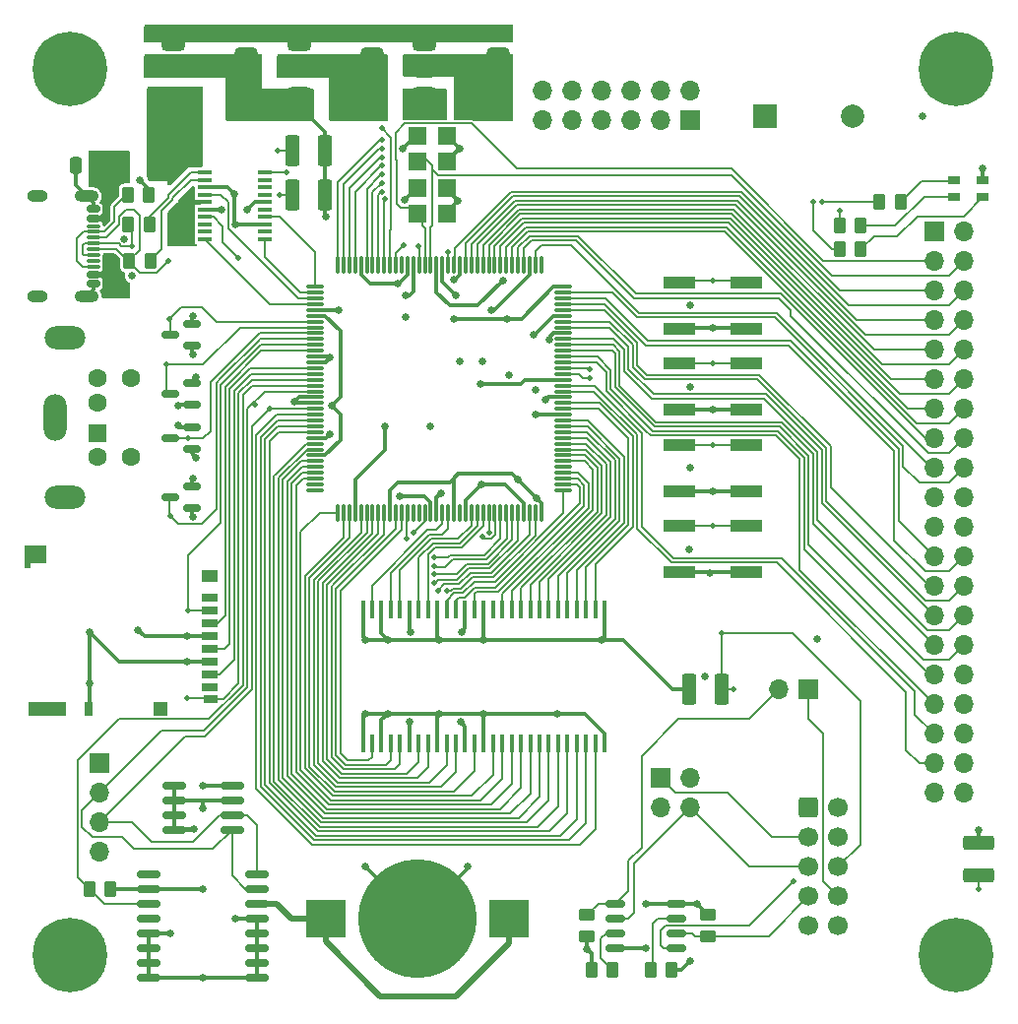
<source format=gbr>
%TF.GenerationSoftware,KiCad,Pcbnew,9.0.2+1*%
%TF.CreationDate,2025-07-26T23:48:38+01:00*%
%TF.ProjectId,ICE40HXDevBoard,49434534-3048-4584-9465-76426f617264,rev?*%
%TF.SameCoordinates,Original*%
%TF.FileFunction,Copper,L1,Top*%
%TF.FilePolarity,Positive*%
%FSLAX46Y46*%
G04 Gerber Fmt 4.6, Leading zero omitted, Abs format (unit mm)*
G04 Created by KiCad (PCBNEW 9.0.2+1) date 2025-07-26 23:48:38*
%MOMM*%
%LPD*%
G01*
G04 APERTURE LIST*
G04 Aperture macros list*
%AMRoundRect*
0 Rectangle with rounded corners*
0 $1 Rounding radius*
0 $2 $3 $4 $5 $6 $7 $8 $9 X,Y pos of 4 corners*
0 Add a 4 corners polygon primitive as box body*
4,1,4,$2,$3,$4,$5,$6,$7,$8,$9,$2,$3,0*
0 Add four circle primitives for the rounded corners*
1,1,$1+$1,$2,$3*
1,1,$1+$1,$4,$5*
1,1,$1+$1,$6,$7*
1,1,$1+$1,$8,$9*
0 Add four rect primitives between the rounded corners*
20,1,$1+$1,$2,$3,$4,$5,0*
20,1,$1+$1,$4,$5,$6,$7,0*
20,1,$1+$1,$6,$7,$8,$9,0*
20,1,$1+$1,$8,$9,$2,$3,0*%
%AMRotRect*
0 Rectangle, with rotation*
0 The origin of the aperture is its center*
0 $1 length*
0 $2 width*
0 $3 Rotation angle, in degrees counterclockwise*
0 Add horizontal line*
21,1,$1,$2,0,0,$3*%
G04 Aperture macros list end*
%TA.AperFunction,ComponentPad*%
%ADD10R,2.000000X2.000000*%
%TD*%
%TA.AperFunction,ComponentPad*%
%ADD11C,2.000000*%
%TD*%
%TA.AperFunction,SMDPad,CuDef*%
%ADD12RoundRect,0.250000X0.450000X-0.262500X0.450000X0.262500X-0.450000X0.262500X-0.450000X-0.262500X0*%
%TD*%
%TA.AperFunction,ComponentPad*%
%ADD13R,1.600000X1.600000*%
%TD*%
%TA.AperFunction,ComponentPad*%
%ADD14C,1.600000*%
%TD*%
%TA.AperFunction,ComponentPad*%
%ADD15O,3.500000X2.000000*%
%TD*%
%TA.AperFunction,ComponentPad*%
%ADD16O,2.000000X4.000000*%
%TD*%
%TA.AperFunction,SMDPad,CuDef*%
%ADD17RoundRect,0.250000X0.275000X0.700000X-0.275000X0.700000X-0.275000X-0.700000X0.275000X-0.700000X0*%
%TD*%
%TA.AperFunction,SMDPad,CuDef*%
%ADD18RoundRect,0.250000X0.262500X0.450000X-0.262500X0.450000X-0.262500X-0.450000X0.262500X-0.450000X0*%
%TD*%
%TA.AperFunction,SMDPad,CuDef*%
%ADD19R,3.500000X3.300000*%
%TD*%
%TA.AperFunction,SMDPad,CuDef*%
%ADD20C,10.200000*%
%TD*%
%TA.AperFunction,SMDPad,CuDef*%
%ADD21RoundRect,0.375000X-0.625000X-0.375000X0.625000X-0.375000X0.625000X0.375000X-0.625000X0.375000X0*%
%TD*%
%TA.AperFunction,SMDPad,CuDef*%
%ADD22RoundRect,0.500000X-0.500000X-1.400000X0.500000X-1.400000X0.500000X1.400000X-0.500000X1.400000X0*%
%TD*%
%TA.AperFunction,SMDPad,CuDef*%
%ADD23R,1.200000X0.400000*%
%TD*%
%TA.AperFunction,SMDPad,CuDef*%
%ADD24RoundRect,0.250000X-0.262500X-0.450000X0.262500X-0.450000X0.262500X0.450000X-0.262500X0.450000X0*%
%TD*%
%TA.AperFunction,ComponentPad*%
%ADD25R,1.700000X1.700000*%
%TD*%
%TA.AperFunction,ComponentPad*%
%ADD26O,1.700000X1.700000*%
%TD*%
%TA.AperFunction,SMDPad,CuDef*%
%ADD27RoundRect,0.150000X0.587500X0.150000X-0.587500X0.150000X-0.587500X-0.150000X0.587500X-0.150000X0*%
%TD*%
%TA.AperFunction,SMDPad,CuDef*%
%ADD28RoundRect,0.250000X-0.375000X-1.075000X0.375000X-1.075000X0.375000X1.075000X-0.375000X1.075000X0*%
%TD*%
%TA.AperFunction,SMDPad,CuDef*%
%ADD29RoundRect,0.150000X-0.425000X0.150000X-0.425000X-0.150000X0.425000X-0.150000X0.425000X0.150000X0*%
%TD*%
%TA.AperFunction,SMDPad,CuDef*%
%ADD30RoundRect,0.075000X-0.500000X0.075000X-0.500000X-0.075000X0.500000X-0.075000X0.500000X0.075000X0*%
%TD*%
%TA.AperFunction,HeatsinkPad*%
%ADD31O,2.100000X1.000000*%
%TD*%
%TA.AperFunction,HeatsinkPad*%
%ADD32O,1.800000X1.000000*%
%TD*%
%TA.AperFunction,SMDPad,CuDef*%
%ADD33RoundRect,0.150000X-0.875000X-0.150000X0.875000X-0.150000X0.875000X0.150000X-0.875000X0.150000X0*%
%TD*%
%TA.AperFunction,SMDPad,CuDef*%
%ADD34R,1.600000X1.500000*%
%TD*%
%TA.AperFunction,SMDPad,CuDef*%
%ADD35R,1.000000X0.800000*%
%TD*%
%TA.AperFunction,SMDPad,CuDef*%
%ADD36RoundRect,0.250000X-0.450000X0.262500X-0.450000X-0.262500X0.450000X-0.262500X0.450000X0.262500X0*%
%TD*%
%TA.AperFunction,SMDPad,CuDef*%
%ADD37R,2.800000X1.000000*%
%TD*%
%TA.AperFunction,SMDPad,CuDef*%
%ADD38RoundRect,0.075000X-0.662500X-0.075000X0.662500X-0.075000X0.662500X0.075000X-0.662500X0.075000X0*%
%TD*%
%TA.AperFunction,SMDPad,CuDef*%
%ADD39RoundRect,0.075000X-0.075000X-0.662500X0.075000X-0.662500X0.075000X0.662500X-0.075000X0.662500X0*%
%TD*%
%TA.AperFunction,SMDPad,CuDef*%
%ADD40RoundRect,0.150000X-0.825000X-0.150000X0.825000X-0.150000X0.825000X0.150000X-0.825000X0.150000X0*%
%TD*%
%TA.AperFunction,SMDPad,CuDef*%
%ADD41RoundRect,0.150000X-0.675000X-0.150000X0.675000X-0.150000X0.675000X0.150000X-0.675000X0.150000X0*%
%TD*%
%TA.AperFunction,ComponentPad*%
%ADD42RoundRect,0.250000X-0.600000X-0.600000X0.600000X-0.600000X0.600000X0.600000X-0.600000X0.600000X0*%
%TD*%
%TA.AperFunction,ComponentPad*%
%ADD43C,1.700000*%
%TD*%
%TA.AperFunction,SMDPad,CuDef*%
%ADD44RoundRect,0.250000X1.075000X-0.375000X1.075000X0.375000X-1.075000X0.375000X-1.075000X-0.375000X0*%
%TD*%
%TA.AperFunction,ComponentPad*%
%ADD45C,6.400000*%
%TD*%
%TA.AperFunction,SMDPad,CuDef*%
%ADD46RoundRect,0.250000X0.250000X0.475000X-0.250000X0.475000X-0.250000X-0.475000X0.250000X-0.475000X0*%
%TD*%
%TA.AperFunction,SMDPad,CuDef*%
%ADD47R,0.458000X1.510000*%
%TD*%
%TA.AperFunction,SMDPad,CuDef*%
%ADD48R,1.400000X0.700000*%
%TD*%
%TA.AperFunction,SMDPad,CuDef*%
%ADD49R,1.200000X0.700000*%
%TD*%
%TA.AperFunction,SMDPad,CuDef*%
%ADD50R,0.800000X1.200000*%
%TD*%
%TA.AperFunction,SMDPad,CuDef*%
%ADD51R,1.900000X1.500000*%
%TD*%
%TA.AperFunction,SMDPad,CuDef*%
%ADD52RotRect,0.200000X0.200000X315.000000*%
%TD*%
%TA.AperFunction,SMDPad,CuDef*%
%ADD53R,0.500000X0.500000*%
%TD*%
%TA.AperFunction,SMDPad,CuDef*%
%ADD54R,1.400000X1.000000*%
%TD*%
%TA.AperFunction,SMDPad,CuDef*%
%ADD55R,1.200000X1.200000*%
%TD*%
%TA.AperFunction,SMDPad,CuDef*%
%ADD56R,3.200000X1.200000*%
%TD*%
%TA.AperFunction,ViaPad*%
%ADD57C,0.635000*%
%TD*%
%TA.AperFunction,ViaPad*%
%ADD58C,0.762000*%
%TD*%
%TA.AperFunction,ViaPad*%
%ADD59C,0.508000*%
%TD*%
%TA.AperFunction,Conductor*%
%ADD60C,0.508000*%
%TD*%
%TA.AperFunction,Conductor*%
%ADD61C,0.317500*%
%TD*%
%TA.AperFunction,Conductor*%
%ADD62C,0.190500*%
%TD*%
G04 APERTURE END LIST*
D10*
%TO.P,SP1,1,1*%
%TO.N,BUZZER*%
X237510000Y-80264000D03*
D11*
%TO.P,SP1,2,2*%
%TO.N,Net-(R36-Pad1)*%
X245110000Y-80264000D03*
%TD*%
D12*
%TO.P,R5,1*%
%TO.N,+3V3*%
X222250000Y-150772500D03*
%TO.P,R5,2*%
%TO.N,Net-(J3-Pin_2)*%
X222250000Y-148947500D03*
%TD*%
D13*
%TO.P,J11,1*%
%TO.N,Net-(J11-Pad1)*%
X180180000Y-107480000D03*
D14*
%TO.P,J11,2*%
%TO.N,Net-(J11-Pad2)*%
X180180000Y-104880000D03*
%TO.P,J11,3*%
%TO.N,GND*%
X180180000Y-109580000D03*
%TO.P,J11,4*%
%TO.N,+5V*%
X180180000Y-102780000D03*
%TO.P,J11,5*%
%TO.N,Net-(J11-Pad5)*%
X182980000Y-109580000D03*
%TO.P,J11,6*%
%TO.N,Net-(J11-Pad6)*%
X182980000Y-102780000D03*
D15*
%TO.P,J11,7*%
%TO.N,N/C*%
X177330000Y-99330000D03*
D16*
X176530000Y-106180000D03*
D15*
X177330000Y-113030000D03*
%TD*%
D17*
%TO.P,FB2,1*%
%TO.N,+5V*%
X185344000Y-84455000D03*
%TO.P,FB2,2*%
%TO.N,/Misc/VBUS*%
X182194000Y-84455000D03*
%TD*%
D18*
%TO.P,R18,1*%
%TO.N,Net-(U2-USBDM)*%
X184681500Y-92710000D03*
%TO.P,R18,2*%
%TO.N,Net-(C38-Pad1)*%
X182856500Y-92710000D03*
%TD*%
D19*
%TO.P,BT1,1,+*%
%TO.N,/I2C/VBAT*%
X199745000Y-149225000D03*
X215545000Y-149225000D03*
D20*
%TO.P,BT1,2,-*%
%TO.N,GND*%
X207645000Y-149225000D03*
%TD*%
D18*
%TO.P,R27,1*%
%TO.N,Net-(D5-BK)*%
X245768500Y-91694000D03*
%TO.P,R27,2*%
%TO.N,LEDGREEN*%
X243943500Y-91694000D03*
%TD*%
D21*
%TO.P,U8,1,GND*%
%TO.N,GND*%
X208280000Y-73900000D03*
%TO.P,U8,2,VO*%
%TO.N,+1V2*%
X208280000Y-76200000D03*
D22*
X214580000Y-76200000D03*
D21*
%TO.P,U8,3,VI*%
%TO.N,+3V3*%
X208280000Y-78500000D03*
%TD*%
D23*
%TO.P,U2,1,~{DTR}*%
%TO.N,UARTDTR*%
X194531125Y-90805000D03*
%TO.P,U2,2,~{RTS}*%
%TO.N,unconnected-(U2-~{RTS}-Pad2)*%
X194531125Y-90170000D03*
%TO.P,U2,3,VCCIO*%
%TO.N,+3V3*%
X194531125Y-89535000D03*
%TO.P,U2,4,RXD*%
%TO.N,UARTTX*%
X194531125Y-88900000D03*
%TO.P,U2,5,~{RI}*%
%TO.N,unconnected-(U2-~{RI}-Pad5)*%
X194531125Y-88265000D03*
%TO.P,U2,6,GND*%
%TO.N,GND*%
X194531125Y-87630000D03*
%TO.P,U2,7,~{DSR}*%
%TO.N,unconnected-(U2-~{DSR}-Pad7)*%
X194531125Y-86995000D03*
%TO.P,U2,8,~{DCD}*%
%TO.N,unconnected-(U2-~{DCD}-Pad8)*%
X194531125Y-86360000D03*
%TO.P,U2,9,~{CTS}*%
%TO.N,unconnected-(U2-~{CTS}-Pad9)*%
X194531125Y-85725000D03*
%TO.P,U2,10,CBUS2*%
%TO.N,/Misc/RXLED*%
X194531125Y-85090000D03*
%TO.P,U2,11,USBDP*%
%TO.N,Net-(U2-USBDP)*%
X189331125Y-85090000D03*
%TO.P,U2,12,USBDM*%
%TO.N,Net-(U2-USBDM)*%
X189331125Y-85725000D03*
%TO.P,U2,13,3V3OUT*%
%TO.N,+3V3*%
X189331125Y-86360000D03*
%TO.P,U2,14,~{RESET}*%
%TO.N,~{RESET}*%
X189331125Y-86995000D03*
%TO.P,U2,15,VCC*%
%TO.N,+5V*%
X189331125Y-87630000D03*
%TO.P,U2,16,GND*%
%TO.N,GND*%
X189331125Y-88265000D03*
%TO.P,U2,17,CBUS1*%
%TO.N,/Misc/TXLED*%
X189331125Y-88900000D03*
%TO.P,U2,18,CBUS0*%
%TO.N,unconnected-(U2-CBUS0-Pad18)*%
X189331125Y-89535000D03*
%TO.P,U2,19,CBUS3*%
%TO.N,unconnected-(U2-CBUS3-Pad19)*%
X189331125Y-90170000D03*
%TO.P,U2,20,TXD*%
%TO.N,UARTRX*%
X189331125Y-90805000D03*
%TD*%
D24*
%TO.P,R7,1*%
%TO.N,+3V3*%
X222607500Y-153670000D03*
%TO.P,R7,2*%
%TO.N,Net-(U6-IO2)*%
X224432500Y-153670000D03*
%TD*%
D25*
%TO.P,J6,1,Pin_1*%
%TO.N,+5V*%
X252095000Y-90170000D03*
D26*
%TO.P,J6,2,Pin_2*%
%TO.N,GND*%
X254635000Y-90170000D03*
%TO.P,J6,3,Pin_3*%
%TO.N,MASTERCLK*%
X252095000Y-92710000D03*
%TO.P,J6,4,Pin_4*%
%TO.N,SECONDARYCLK*%
X254635000Y-92710000D03*
%TO.P,J6,5,Pin_5*%
%TO.N,EXP0*%
X252095000Y-95250000D03*
%TO.P,J6,6,Pin_6*%
%TO.N,EXP15*%
X254635000Y-95250000D03*
%TO.P,J6,7,Pin_7*%
%TO.N,EXP1*%
X252095000Y-97790000D03*
%TO.P,J6,8,Pin_8*%
%TO.N,EXP16*%
X254635000Y-97790000D03*
%TO.P,J6,9,Pin_9*%
%TO.N,EXP2*%
X252095000Y-100330000D03*
%TO.P,J6,10,Pin_10*%
%TO.N,EXP17*%
X254635000Y-100330000D03*
%TO.P,J6,11,Pin_11*%
%TO.N,EXP3*%
X252095000Y-102870000D03*
%TO.P,J6,12,Pin_12*%
%TO.N,EXP18*%
X254635000Y-102870000D03*
%TO.P,J6,13,Pin_13*%
%TO.N,EXP4*%
X252095000Y-105410000D03*
%TO.P,J6,14,Pin_14*%
%TO.N,EXP19*%
X254635000Y-105410000D03*
%TO.P,J6,15,Pin_15*%
%TO.N,EXP5*%
X252095000Y-107950000D03*
%TO.P,J6,16,Pin_16*%
%TO.N,EXP20*%
X254635000Y-107950000D03*
%TO.P,J6,17,Pin_17*%
%TO.N,EXP6*%
X252095000Y-110490000D03*
%TO.P,J6,18,Pin_18*%
%TO.N,EXP21*%
X254635000Y-110490000D03*
%TO.P,J6,19,Pin_19*%
%TO.N,+3V3*%
X252095000Y-113030000D03*
%TO.P,J6,20,Pin_20*%
%TO.N,GND*%
X254635000Y-113030000D03*
%TO.P,J6,21,Pin_21*%
%TO.N,+3V3*%
X252095000Y-115570000D03*
%TO.P,J6,22,Pin_22*%
%TO.N,GND*%
X254635000Y-115570000D03*
%TO.P,J6,23,Pin_23*%
%TO.N,EXP7*%
X252095000Y-118110000D03*
%TO.P,J6,24,Pin_24*%
%TO.N,EXP22*%
X254635000Y-118110000D03*
%TO.P,J6,25,Pin_25*%
%TO.N,EXP8*%
X252095000Y-120650000D03*
%TO.P,J6,26,Pin_26*%
%TO.N,EXP23*%
X254635000Y-120650000D03*
%TO.P,J6,27,Pin_27*%
%TO.N,EXP9*%
X252095000Y-123190000D03*
%TO.P,J6,28,Pin_28*%
%TO.N,EXP24*%
X254635000Y-123190000D03*
%TO.P,J6,29,Pin_29*%
%TO.N,EXP10*%
X252095000Y-125730000D03*
%TO.P,J6,30,Pin_30*%
%TO.N,EXP25*%
X254635000Y-125730000D03*
%TO.P,J6,31,Pin_31*%
%TO.N,EXP11*%
X252095000Y-128270000D03*
%TO.P,J6,32,Pin_32*%
%TO.N,EXPCBSEL0*%
X254635000Y-128270000D03*
%TO.P,J6,33,Pin_33*%
%TO.N,EXP12*%
X252095000Y-130810000D03*
%TO.P,J6,34,Pin_34*%
%TO.N,EXPCBSEL1*%
X254635000Y-130810000D03*
%TO.P,J6,35,Pin_35*%
%TO.N,EXP13*%
X252095000Y-133350000D03*
%TO.P,J6,36,Pin_36*%
%TO.N,I2CSCL*%
X254635000Y-133350000D03*
%TO.P,J6,37,Pin_37*%
%TO.N,EXP14*%
X252095000Y-135890000D03*
%TO.P,J6,38,Pin_38*%
%TO.N,I2CSDA*%
X254635000Y-135890000D03*
%TO.P,J6,39,Pin_39*%
%TO.N,+5V*%
X252095000Y-138430000D03*
%TO.P,J6,40,Pin_40*%
%TO.N,GND*%
X254635000Y-138430000D03*
%TD*%
D27*
%TO.P,D7,1,A*%
%TO.N,GND*%
X188262500Y-100010000D03*
%TO.P,D7,2,K*%
%TO.N,+3V3*%
X188262500Y-98110000D03*
%TO.P,D7,3,COM*%
%TO.N,PS2BDATA*%
X186387500Y-99060000D03*
%TD*%
%TO.P,D9,1,A*%
%TO.N,GND*%
X188262500Y-113980000D03*
%TO.P,D9,2,K*%
%TO.N,+3V3*%
X188262500Y-112080000D03*
%TO.P,D9,3,COM*%
%TO.N,PS2ADATA*%
X186387500Y-113030000D03*
%TD*%
D28*
%TO.P,D2,1,K*%
%TO.N,GND*%
X231010000Y-129540000D03*
%TO.P,D2,2,A*%
%TO.N,/FPGA Power and Config/CDONE*%
X233810000Y-129540000D03*
%TD*%
D29*
%TO.P,J8,A1,GND*%
%TO.N,GND*%
X179769625Y-88240000D03*
%TO.P,J8,A4,VBUS*%
%TO.N,/Misc/VBUS*%
X179769625Y-89040000D03*
D30*
%TO.P,J8,A5,CC1*%
%TO.N,Net-(J8-CC1)*%
X179769625Y-90190000D03*
%TO.P,J8,A6,D+*%
%TO.N,Net-(C39-Pad1)*%
X179769625Y-91190000D03*
%TO.P,J8,A7,D-*%
%TO.N,Net-(C38-Pad1)*%
X179769625Y-91690000D03*
%TO.P,J8,A8*%
%TO.N,N/C*%
X179769625Y-92690000D03*
D29*
%TO.P,J8,A9,VBUS*%
%TO.N,/Misc/VBUS*%
X179769625Y-93840000D03*
%TO.P,J8,A12,GND*%
%TO.N,GND*%
X179769625Y-94640000D03*
%TO.P,J8,B1,GND*%
X179769625Y-94640000D03*
%TO.P,J8,B4,VBUS*%
%TO.N,/Misc/VBUS*%
X179769625Y-93840000D03*
D30*
%TO.P,J8,B5,CC2*%
%TO.N,Net-(J8-CC1)*%
X179769625Y-93190000D03*
%TO.P,J8,B6,D+*%
%TO.N,Net-(C39-Pad1)*%
X179769625Y-92190000D03*
%TO.P,J8,B7,D-*%
%TO.N,Net-(C38-Pad1)*%
X179769625Y-90690000D03*
%TO.P,J8,B8*%
%TO.N,N/C*%
X179769625Y-89690000D03*
D29*
%TO.P,J8,B9,VBUS*%
%TO.N,/Misc/VBUS*%
X179769625Y-89040000D03*
%TO.P,J8,B12,GND*%
%TO.N,GND*%
X179769625Y-88240000D03*
D31*
%TO.P,J8,S1,SHIELD*%
X179194625Y-87120000D03*
D32*
X175014625Y-87120000D03*
D31*
X179194625Y-95760000D03*
D32*
X175014625Y-95760000D03*
%TD*%
D33*
%TO.P,U9,1,32KHZ*%
%TO.N,unconnected-(U9-32KHZ-Pad1)*%
X184580000Y-145415000D03*
%TO.P,U9,2,VCC*%
%TO.N,+3V3*%
X184580000Y-146685000D03*
%TO.P,U9,3,~{INT}/SQW*%
%TO.N,RTCSQWAVE*%
X184580000Y-147955000D03*
%TO.P,U9,4,~{RST}*%
%TO.N,unconnected-(U9-~{RST}-Pad4)*%
X184580000Y-149225000D03*
%TO.P,U9,5,GND*%
%TO.N,GND*%
X184580000Y-150495000D03*
%TO.P,U9,6,GND*%
X184580000Y-151765000D03*
%TO.P,U9,7,GND*%
X184580000Y-153035000D03*
%TO.P,U9,8,GND*%
X184580000Y-154305000D03*
%TO.P,U9,9,GND*%
X193880000Y-154305000D03*
%TO.P,U9,10,GND*%
X193880000Y-153035000D03*
%TO.P,U9,11,GND*%
X193880000Y-151765000D03*
%TO.P,U9,12,GND*%
X193880000Y-150495000D03*
%TO.P,U9,13,GND*%
X193880000Y-149225000D03*
%TO.P,U9,14,VBAT*%
%TO.N,/I2C/VBAT*%
X193880000Y-147955000D03*
%TO.P,U9,15,SDA*%
%TO.N,I2CSDA*%
X193880000Y-146685000D03*
%TO.P,U9,16,SCL*%
%TO.N,I2CSCL*%
X193880000Y-145415000D03*
%TD*%
D34*
%TO.P,X2,1,OE*%
%TO.N,+3V3*%
X210185000Y-81915000D03*
%TO.P,X2,2,GND*%
%TO.N,GND*%
X207645000Y-81915000D03*
%TO.P,X2,3,OUT*%
%TO.N,SECONDARYCLK*%
X207645000Y-84115000D03*
%TO.P,X2,4,Vcc*%
%TO.N,+3V3*%
X210185000Y-84115000D03*
%TD*%
D35*
%TO.P,D5,1,RK*%
%TO.N,Net-(D5-RK)*%
X253766000Y-85787000D03*
%TO.P,D5,2,GK*%
%TO.N,Net-(D5-GK)*%
X253766000Y-87187000D03*
%TO.P,D5,3,BK*%
%TO.N,Net-(D5-BK)*%
X256266000Y-87187000D03*
%TO.P,D5,4,A*%
%TO.N,+3V3*%
X256266000Y-85787000D03*
%TD*%
D28*
%TO.P,D3,1,K*%
%TO.N,Net-(D3-K)*%
X196914625Y-86995000D03*
%TO.P,D3,2,A*%
%TO.N,+3V3*%
X199714625Y-86995000D03*
%TD*%
D18*
%TO.P,R19,1*%
%TO.N,Net-(U2-USBDP)*%
X184622125Y-89535000D03*
%TO.P,R19,2*%
%TO.N,Net-(C39-Pad1)*%
X182797125Y-89535000D03*
%TD*%
%TO.P,R26,1*%
%TO.N,Net-(D5-GK)*%
X245768500Y-89662000D03*
%TO.P,R26,2*%
%TO.N,LEDBLUE*%
X243943500Y-89662000D03*
%TD*%
D21*
%TO.P,U4,1,GND*%
%TO.N,GND*%
X197485000Y-73900000D03*
%TO.P,U4,2,VO*%
%TO.N,+2V5*%
X197485000Y-76200000D03*
D22*
X203785000Y-76200000D03*
D21*
%TO.P,U4,3,VI*%
%TO.N,+3V3*%
X197485000Y-78500000D03*
%TD*%
D36*
%TO.P,R4,1*%
%TO.N,+3V3*%
X232664000Y-148947500D03*
%TO.P,R4,2*%
%TO.N,/FPGA Power and Config/ICE_SCK*%
X232664000Y-150772500D03*
%TD*%
D37*
%TO.P,SW4,1,1*%
%TO.N,BUTTON0*%
X230145000Y-94520000D03*
X235945000Y-94520000D03*
%TO.P,SW4,2,2*%
%TO.N,GND*%
X230145000Y-98520000D03*
X235945000Y-98520000D03*
%TD*%
D28*
%TO.P,D1,1,K*%
%TO.N,Net-(D1-K)*%
X196914625Y-83185000D03*
%TO.P,D1,2,A*%
%TO.N,+3V3*%
X199714625Y-83185000D03*
%TD*%
D18*
%TO.P,R14,1*%
%TO.N,+3V3*%
X181252500Y-146685000D03*
%TO.P,R14,2*%
%TO.N,RTCSQWAVE*%
X179427500Y-146685000D03*
%TD*%
D25*
%TO.P,J3,1,Pin_1*%
%TO.N,/FPGA Power and Config/ICE_SS*%
X241300000Y-129540000D03*
D26*
%TO.P,J3,2,Pin_2*%
%TO.N,Net-(J3-Pin_2)*%
X238760000Y-129540000D03*
%TD*%
D18*
%TO.P,R6,1*%
%TO.N,+3V3*%
X229512500Y-153670000D03*
%TO.P,R6,2*%
%TO.N,Net-(U6-IO3)*%
X227687500Y-153670000D03*
%TD*%
D38*
%TO.P,U1,1,IOL_2A*%
%TO.N,UARTTX*%
X198887500Y-94913250D03*
%TO.P,U1,2,IOL_2B*%
%TO.N,UARTDTR*%
X198887500Y-95413250D03*
%TO.P,U1,3,IOL_3A*%
%TO.N,~{RESET}*%
X198887500Y-95913250D03*
%TO.P,U1,4,IOL_3B*%
%TO.N,UARTRX*%
X198887500Y-96413250D03*
%TO.P,U1,5,GND*%
%TO.N,GND*%
X198887500Y-96913250D03*
%TO.P,U1,6,VCCIO_3*%
%TO.N,+3V3*%
X198887500Y-97413250D03*
%TO.P,U1,7,IOL_4A*%
%TO.N,PS2BDATA*%
X198887500Y-97913250D03*
%TO.P,U1,8,IOL_4B*%
%TO.N,PS2BCLK*%
X198887500Y-98413250D03*
%TO.P,U1,9,IOL_5A*%
%TO.N,PS2ACLK*%
X198887500Y-98913250D03*
%TO.P,U1,10,IOL_5B*%
%TO.N,PS2ADATA*%
X198887500Y-99413250D03*
%TO.P,U1,11,IOL_8A*%
%TO.N,SDCARDCS*%
X198887500Y-99913250D03*
%TO.P,U1,12,IOL_8B*%
%TO.N,SDCARDMOSI*%
X198887500Y-100413250D03*
%TO.P,U1,13,GND*%
%TO.N,GND*%
X198887500Y-100913250D03*
%TO.P,U1,14,GND*%
X198887500Y-101413250D03*
%TO.P,U1,15,IOL_10A*%
%TO.N,SDCARDCLK*%
X198887500Y-101913250D03*
%TO.P,U1,16,IOL_10B*%
%TO.N,SDCARDMISO*%
X198887500Y-102413250D03*
%TO.P,U1,17,IOL_12A*%
%TO.N,SDCARDDET*%
X198887500Y-102913250D03*
%TO.P,U1,18,IOL_12B*%
%TO.N,RTCSQWAVE*%
X198887500Y-103413250D03*
%TO.P,U1,19,IOL_13A*%
%TO.N,I2CSDA*%
X198887500Y-103913250D03*
%TO.P,U1,20,IOL_13B_GBIN7*%
%TO.N,GND*%
X198887500Y-104413250D03*
%TO.P,U1,21,IOL_14A_GBIN6*%
X198887500Y-104913250D03*
%TO.P,U1,22,IOL_14B*%
%TO.N,I2CSCL*%
X198887500Y-105413250D03*
%TO.P,U1,23,IOL_17A*%
%TO.N,SDRAMA3*%
X198887500Y-105913250D03*
%TO.P,U1,24,IOL_17B*%
%TO.N,SDRAMA2*%
X198887500Y-106413250D03*
%TO.P,U1,25,IOL_18A*%
%TO.N,SDRAMA1*%
X198887500Y-106913250D03*
%TO.P,U1,26,IOL_18B*%
%TO.N,SDRAMA0*%
X198887500Y-107413250D03*
%TO.P,U1,27,VCC*%
%TO.N,+1V2*%
X198887500Y-107913250D03*
%TO.P,U1,28,IOL_23A*%
%TO.N,SDRAMA10*%
X198887500Y-108413250D03*
%TO.P,U1,29,IOL_23B*%
%TO.N,SDRAMBA1*%
X198887500Y-108913250D03*
%TO.P,U1,30,VCCIO_3*%
%TO.N,+3V3*%
X198887500Y-109413250D03*
%TO.P,U1,31,IOL_24A*%
%TO.N,SDRAMBA0*%
X198887500Y-109913250D03*
%TO.P,U1,32,IOL_24B*%
%TO.N,~{SDRAMCS}*%
X198887500Y-110413250D03*
%TO.P,U1,33,IOL_25A*%
%TO.N,~{SDRAMRAS}*%
X198887500Y-110913250D03*
%TO.P,U1,34,IOL_25B*%
%TO.N,~{SDRAMCAS}*%
X198887500Y-111413250D03*
%TO.P,U1,35,NC*%
%TO.N,unconnected-(U1E-NC-Pad35)*%
X198887500Y-111913250D03*
%TO.P,U1,36,NC*%
%TO.N,unconnected-(U1E-NC-Pad36)*%
X198887500Y-112413250D03*
D39*
%TO.P,U1,37,IOB_56*%
%TO.N,~{SDRAMWE}*%
X200800000Y-114325750D03*
%TO.P,U1,38,IOB_57*%
%TO.N,SDRAMDQML*%
X201300000Y-114325750D03*
%TO.P,U1,39,IOB_61*%
%TO.N,SDRAMD7*%
X201800000Y-114325750D03*
%TO.P,U1,40,VCC*%
%TO.N,+1V2*%
X202300000Y-114325750D03*
%TO.P,U1,41,IOB_63*%
%TO.N,SDRAMD6*%
X202800000Y-114325750D03*
%TO.P,U1,42,IOB_64*%
%TO.N,SDRAMD5*%
X203300000Y-114325750D03*
%TO.P,U1,43,IOB_71*%
%TO.N,SDRAMD4*%
X203800000Y-114325750D03*
%TO.P,U1,44,IOB_72*%
%TO.N,SDRAMD3*%
X204300000Y-114325750D03*
%TO.P,U1,45,IOB_73*%
%TO.N,SDRAMD2*%
X204800000Y-114325750D03*
%TO.P,U1,46,VCCIO_2*%
%TO.N,+3V3*%
X205300000Y-114325750D03*
%TO.P,U1,47,IOB_79*%
%TO.N,SDRAMD1*%
X205800000Y-114325750D03*
%TO.P,U1,48,IOB_80*%
%TO.N,SDRAMD0*%
X206300000Y-114325750D03*
%TO.P,U1,49,IOB_81_GBIN5*%
%TO.N,BUTTON2*%
X206800000Y-114325750D03*
%TO.P,U1,50,NC*%
%TO.N,unconnected-(U1E-NC-Pad50)*%
X207300000Y-114325750D03*
%TO.P,U1,51,NC*%
%TO.N,unconnected-(U1E-NC-Pad51)*%
X207800000Y-114325750D03*
%TO.P,U1,52,IOB_82_GBIN4*%
%TO.N,BUTTON3*%
X208300000Y-114325750D03*
%TO.P,U1,53,GNDPLL0*%
%TO.N,Net-(U1E-GNDPLL0)*%
X208800000Y-114325750D03*
%TO.P,U1,54,VCCPLL0*%
%TO.N,Net-(U1E-VCCPLL0)*%
X209300000Y-114325750D03*
%TO.P,U1,55,IOB_91*%
%TO.N,SDRAMD15*%
X209800000Y-114325750D03*
%TO.P,U1,56,IOB_94*%
%TO.N,SDRAMD14*%
X210300000Y-114325750D03*
%TO.P,U1,57,VCCIO_2*%
%TO.N,+3V3*%
X210800000Y-114325750D03*
%TO.P,U1,58,NC*%
%TO.N,unconnected-(U1E-NC-Pad58)*%
X211300000Y-114325750D03*
%TO.P,U1,59,GND*%
%TO.N,GND*%
X211800000Y-114325750D03*
%TO.P,U1,60,IOB_95*%
%TO.N,SDRAMD13*%
X212300000Y-114325750D03*
%TO.P,U1,61,IOB_96*%
%TO.N,SDRAMD12*%
X212800000Y-114325750D03*
%TO.P,U1,62,IOB_102*%
%TO.N,SDRAMD11*%
X213300000Y-114325750D03*
%TO.P,U1,63,IOB_103_CBSEL0*%
%TO.N,EXPCBSEL0*%
X213800000Y-114325750D03*
%TO.P,U1,64,IOB_104_CBSEL1*%
%TO.N,EXPCBSEL1*%
X214300000Y-114325750D03*
%TO.P,U1,65,CDONE*%
%TO.N,/FPGA Power and Config/CDONE*%
X214800000Y-114325750D03*
%TO.P,U1,66,~{CRESET}*%
%TO.N,/FPGA Power and Config/~{CRESET_B}*%
X215300000Y-114325750D03*
%TO.P,U1,67,IOB_105_SDO*%
%TO.N,/FPGA Power and Config/ICE_MISO*%
X215800000Y-114325750D03*
%TO.P,U1,68,IOB_106_SDI*%
%TO.N,/FPGA Power and Config/ICE_MOSI*%
X216300000Y-114325750D03*
%TO.P,U1,69,GND*%
%TO.N,GND*%
X216800000Y-114325750D03*
%TO.P,U1,70,IOB_107_SCK*%
%TO.N,/FPGA Power and Config/ICE_SCK*%
X217300000Y-114325750D03*
%TO.P,U1,71,IOB_108_SS*%
%TO.N,/FPGA Power and Config/ICE_SS*%
X217800000Y-114325750D03*
%TO.P,U1,72,VCC_SPI*%
%TO.N,+3V3*%
X218300000Y-114325750D03*
D38*
%TO.P,U1,73,IOR_109*%
%TO.N,SDRAMD10*%
X220212500Y-112413250D03*
%TO.P,U1,74,IOR_110*%
%TO.N,SDRAMD9*%
X220212500Y-111913250D03*
%TO.P,U1,75,IOR_111*%
%TO.N,SDRAMD8*%
X220212500Y-111413250D03*
%TO.P,U1,76,IOR_112*%
%TO.N,SDRAMDQMH*%
X220212500Y-110913250D03*
%TO.P,U1,77,NC*%
%TO.N,unconnected-(U1E-NC-Pad77)*%
X220212500Y-110413250D03*
%TO.P,U1,78,IOR_114*%
%TO.N,SDRAMCLK*%
X220212500Y-109913250D03*
%TO.P,U1,79,IOR_115*%
%TO.N,SDRAMCKE*%
X220212500Y-109413250D03*
%TO.P,U1,80,IOR_116*%
%TO.N,SDRAMA12*%
X220212500Y-108913250D03*
%TO.P,U1,81,IOR_117*%
%TO.N,SDRAMA11*%
X220212500Y-108413250D03*
%TO.P,U1,82,IOR_118*%
%TO.N,SDRAMA9*%
X220212500Y-107913250D03*
%TO.P,U1,83,IOR_119*%
%TO.N,SDRAMA8*%
X220212500Y-107413250D03*
%TO.P,U1,84,IOR_120*%
%TO.N,SDRAMA7*%
X220212500Y-106913250D03*
%TO.P,U1,85,IOR_128*%
%TO.N,SDRAMA6*%
X220212500Y-106413250D03*
%TO.P,U1,86,GND*%
%TO.N,GND*%
X220212500Y-105913250D03*
%TO.P,U1,87,IOR_136*%
%TO.N,SDRAMA5*%
X220212500Y-105413250D03*
%TO.P,U1,88,IOR_137*%
%TO.N,SDRAMA4*%
X220212500Y-104913250D03*
%TO.P,U1,89,VCCIO_1*%
%TO.N,+3V3*%
X220212500Y-104413250D03*
%TO.P,U1,90,IOR_138*%
%TO.N,EXP14*%
X220212500Y-103913250D03*
%TO.P,U1,91,IOR_139*%
%TO.N,EXP13*%
X220212500Y-103413250D03*
%TO.P,U1,92,VCC*%
%TO.N,+1V2*%
X220212500Y-102913250D03*
%TO.P,U1,93,IOR_140_GBIN3*%
%TO.N,BUTTON1*%
X220212500Y-102413250D03*
%TO.P,U1,94,IOR_141_GBIN2*%
%TO.N,BUTTON0*%
X220212500Y-101913250D03*
%TO.P,U1,95,IOR_144*%
%TO.N,EXP12*%
X220212500Y-101413250D03*
%TO.P,U1,96,IOR_146*%
%TO.N,EXP11*%
X220212500Y-100913250D03*
%TO.P,U1,97,IOR_147*%
%TO.N,EXP25*%
X220212500Y-100413250D03*
%TO.P,U1,98,IOR_148*%
%TO.N,EXP10*%
X220212500Y-99913250D03*
%TO.P,U1,99,IOR_152*%
%TO.N,EXP24*%
X220212500Y-99413250D03*
%TO.P,U1,100,VCCIO_1*%
%TO.N,+3V3*%
X220212500Y-98913250D03*
%TO.P,U1,101,IOR_160*%
%TO.N,EXP9*%
X220212500Y-98413250D03*
%TO.P,U1,102,IOR_161*%
%TO.N,EXP23*%
X220212500Y-97913250D03*
%TO.P,U1,103,GND*%
%TO.N,GND*%
X220212500Y-97413250D03*
%TO.P,U1,104,IOR_164*%
%TO.N,EXP8*%
X220212500Y-96913250D03*
%TO.P,U1,105,IOR_165*%
%TO.N,EXP22*%
X220212500Y-96413250D03*
%TO.P,U1,106,IOR_166*%
%TO.N,EXP7*%
X220212500Y-95913250D03*
%TO.P,U1,107,IOR_167*%
%TO.N,EXP21*%
X220212500Y-95413250D03*
%TO.P,U1,108,VPP_2V5*%
%TO.N,+2V5*%
X220212500Y-94913250D03*
D39*
%TO.P,U1,109,VPP_FAST*%
%TO.N,unconnected-(U1E-VPP_FAST-Pad109)*%
X218300000Y-93000750D03*
%TO.P,U1,110,IOT_168*%
%TO.N,EXP6*%
X217800000Y-93000750D03*
%TO.P,U1,111,VCC*%
%TO.N,+1V2*%
X217300000Y-93000750D03*
%TO.P,U1,112,IOT_169*%
%TO.N,EXP20*%
X216800000Y-93000750D03*
%TO.P,U1,113,IOT_170*%
%TO.N,EXP5*%
X216300000Y-93000750D03*
%TO.P,U1,114,IOT_171*%
%TO.N,EXP19*%
X215800000Y-93000750D03*
%TO.P,U1,115,IOT_172*%
%TO.N,EXP4*%
X215300000Y-93000750D03*
%TO.P,U1,116,IOT_173*%
%TO.N,EXP18*%
X214800000Y-93000750D03*
%TO.P,U1,117,IOT_174*%
%TO.N,EXP3*%
X214300000Y-93000750D03*
%TO.P,U1,118,IOT_177*%
%TO.N,EXP17*%
X213800000Y-93000750D03*
%TO.P,U1,119,IOT_178*%
%TO.N,EXP2*%
X213300000Y-93000750D03*
%TO.P,U1,120,IOT_179*%
%TO.N,EXP16*%
X212800000Y-93000750D03*
%TO.P,U1,121,IOT_181*%
%TO.N,EXP1*%
X212300000Y-93000750D03*
%TO.P,U1,122,IOT_190*%
%TO.N,EXP15*%
X211800000Y-93000750D03*
%TO.P,U1,123,VCCIO_0*%
%TO.N,+3V3*%
X211300000Y-93000750D03*
%TO.P,U1,124,IOT_191*%
%TO.N,EXP0*%
X210800000Y-93000750D03*
%TO.P,U1,125,IOT_192*%
%TO.N,LEDBLUE*%
X210300000Y-93000750D03*
%TO.P,U1,126,VCCPLL1*%
%TO.N,Net-(U1E-VCCPLL1)*%
X209800000Y-93000750D03*
%TO.P,U1,127,GNDPLL1*%
%TO.N,Net-(U1E-GNDPLL1)*%
X209300000Y-93000750D03*
%TO.P,U1,128,IOT_197_GBIN1*%
%TO.N,SECONDARYCLK*%
X208800000Y-93000750D03*
%TO.P,U1,129,IOT_198_GBIN0*%
%TO.N,MASTERCLK*%
X208300000Y-93000750D03*
%TO.P,U1,130,IOT_206*%
%TO.N,LEDGREEN*%
X207800000Y-93000750D03*
%TO.P,U1,131,VCCIO_0*%
%TO.N,+3V3*%
X207300000Y-93000750D03*
%TO.P,U1,132,GND*%
%TO.N,GND*%
X206800000Y-93000750D03*
%TO.P,U1,133,NC*%
%TO.N,unconnected-(U1E-NC-Pad133)*%
X206300000Y-93000750D03*
%TO.P,U1,134,IOT_212*%
%TO.N,LEDRED*%
X205800000Y-93000750D03*
%TO.P,U1,135,IOT_213*%
%TO.N,BUZZER*%
X205300000Y-93000750D03*
%TO.P,U1,136,IOT_214*%
%TO.N,USER7*%
X204800000Y-93000750D03*
%TO.P,U1,137,IOT_215*%
%TO.N,USER3*%
X204300000Y-93000750D03*
%TO.P,U1,138,IOT_216*%
%TO.N,USER6*%
X203800000Y-93000750D03*
%TO.P,U1,139,IOT_217*%
%TO.N,USER2*%
X203300000Y-93000750D03*
%TO.P,U1,140,GND*%
%TO.N,GND*%
X202800000Y-93000750D03*
%TO.P,U1,141,IOT_219*%
%TO.N,USER5*%
X202300000Y-93000750D03*
%TO.P,U1,142,IOT_220*%
%TO.N,USER1*%
X201800000Y-93000750D03*
%TO.P,U1,143,IOT_221*%
%TO.N,USER4*%
X201300000Y-93000750D03*
%TO.P,U1,144,IOT_222*%
%TO.N,USER0*%
X200800000Y-93000750D03*
%TD*%
D18*
%TO.P,R25,1*%
%TO.N,Net-(D5-RK)*%
X249197500Y-87630000D03*
%TO.P,R25,2*%
%TO.N,LEDRED*%
X247372500Y-87630000D03*
%TD*%
D40*
%TO.P,U10,1,A0*%
%TO.N,GND*%
X186755000Y-137795000D03*
%TO.P,U10,2,A1*%
X186755000Y-139065000D03*
%TO.P,U10,3,A2*%
X186755000Y-140335000D03*
%TO.P,U10,4,GND*%
X186755000Y-141605000D03*
%TO.P,U10,5,SDA*%
%TO.N,I2CSDA*%
X191705000Y-141605000D03*
%TO.P,U10,6,SCL*%
%TO.N,I2CSCL*%
X191705000Y-140335000D03*
%TO.P,U10,7,WP*%
%TO.N,GND*%
X191705000Y-139065000D03*
%TO.P,U10,8,VCC*%
%TO.N,+3V3*%
X191705000Y-137795000D03*
%TD*%
D41*
%TO.P,U6,1,~{CS}*%
%TO.N,Net-(J3-Pin_2)*%
X224705000Y-147955000D03*
%TO.P,U6,2,DO(IO1)*%
%TO.N,/FPGA Power and Config/FLASH_MISO*%
X224705000Y-149225000D03*
%TO.P,U6,3,IO2*%
%TO.N,Net-(U6-IO2)*%
X224705000Y-150495000D03*
%TO.P,U6,4,GND*%
%TO.N,GND*%
X224705000Y-151765000D03*
%TO.P,U6,5,DI(IO0)*%
%TO.N,/FPGA Power and Config/FLASH_MOSI*%
X229955000Y-151765000D03*
%TO.P,U6,6,CLK*%
%TO.N,/FPGA Power and Config/ICE_SCK*%
X229955000Y-150495000D03*
%TO.P,U6,7,IO3*%
%TO.N,Net-(U6-IO3)*%
X229955000Y-149225000D03*
%TO.P,U6,8,VCC*%
%TO.N,+3V3*%
X229955000Y-147955000D03*
%TD*%
D42*
%TO.P,J12,1,Pin_1*%
%TO.N,+3V3*%
X241300000Y-139700000D03*
D43*
%TO.P,J12,2,Pin_2*%
%TO.N,GND*%
X243840000Y-139700000D03*
%TO.P,J12,3,Pin_3*%
%TO.N,/FPGA Power and Config/FLASH_MOSI*%
X241300000Y-142240000D03*
%TO.P,J12,4,Pin_4*%
%TO.N,/FPGA Power and Config/~{CRESET_B}*%
X243840000Y-142240000D03*
%TO.P,J12,5,Pin_5*%
%TO.N,/FPGA Power and Config/FLASH_MISO*%
X241300000Y-144780000D03*
%TO.P,J12,6,Pin_6*%
%TO.N,/FPGA Power and Config/CDONE*%
X243840000Y-144780000D03*
%TO.P,J12,7,Pin_7*%
%TO.N,/FPGA Power and Config/ICE_SCK*%
X241300000Y-147320000D03*
%TO.P,J12,8,Pin_8*%
%TO.N,/FPGA Power and Config/ICE_SS*%
X243840000Y-147320000D03*
%TO.P,J12,9,Pin_9*%
%TO.N,+3V3*%
X241300000Y-149860000D03*
%TO.P,J12,10,Pin_10*%
%TO.N,GND*%
X243840000Y-149860000D03*
%TD*%
D44*
%TO.P,D4,1,K*%
%TO.N,Net-(D4-K)*%
X255905000Y-145545000D03*
%TO.P,D4,2,A*%
%TO.N,+3V3*%
X255905000Y-142745000D03*
%TD*%
D45*
%TO.P,H4,1,1*%
%TO.N,GND*%
X177800000Y-152400000D03*
%TD*%
D37*
%TO.P,SW2,1,1*%
%TO.N,BUTTON2*%
X230145000Y-108490000D03*
X235945000Y-108490000D03*
%TO.P,SW2,2,2*%
%TO.N,GND*%
X230145000Y-112490000D03*
X235945000Y-112490000D03*
%TD*%
D25*
%TO.P,J4,1,Pin_1*%
%TO.N,/FPGA Power and Config/FLASH_MOSI*%
X228600000Y-137160000D03*
D26*
%TO.P,J4,2,Pin_2*%
%TO.N,/FPGA Power and Config/ICE_MISO*%
X231140000Y-137160000D03*
%TO.P,J4,3,Pin_3*%
%TO.N,/FPGA Power and Config/ICE_MOSI*%
X228600000Y-139700000D03*
%TO.P,J4,4,Pin_4*%
%TO.N,/FPGA Power and Config/FLASH_MISO*%
X231140000Y-139700000D03*
%TD*%
D27*
%TO.P,D6,1,A*%
%TO.N,GND*%
X188262500Y-105090000D03*
%TO.P,D6,2,K*%
%TO.N,+3V3*%
X188262500Y-103190000D03*
%TO.P,D6,3,COM*%
%TO.N,PS2BCLK*%
X186387500Y-104140000D03*
%TD*%
D25*
%TO.P,J10,1,Pin_1*%
%TO.N,+3V3*%
X180340000Y-135900000D03*
D26*
%TO.P,J10,2,Pin_2*%
%TO.N,I2CSDA*%
X180340000Y-138440000D03*
%TO.P,J10,3,Pin_3*%
%TO.N,I2CSCL*%
X180340000Y-140980000D03*
%TO.P,J10,4,Pin_4*%
%TO.N,GND*%
X180340000Y-143520000D03*
%TD*%
D27*
%TO.P,D8,1,A*%
%TO.N,GND*%
X188262500Y-108900000D03*
%TO.P,D8,2,K*%
%TO.N,+3V3*%
X188262500Y-107000000D03*
%TO.P,D8,3,COM*%
%TO.N,PS2ACLK*%
X186387500Y-107950000D03*
%TD*%
D21*
%TO.P,U3,1,GND*%
%TO.N,GND*%
X186665000Y-73900000D03*
%TO.P,U3,2,VO*%
%TO.N,+3V3*%
X186665000Y-76200000D03*
D22*
X192965000Y-76200000D03*
D21*
%TO.P,U3,3,VI*%
%TO.N,+5V*%
X186665000Y-78500000D03*
%TD*%
D34*
%TO.P,X1,1,OE*%
%TO.N,+3V3*%
X210185000Y-86403000D03*
%TO.P,X1,2,GND*%
%TO.N,GND*%
X207645000Y-86403000D03*
%TO.P,X1,3,OUT*%
%TO.N,MASTERCLK*%
X207645000Y-88603000D03*
%TO.P,X1,4,Vcc*%
%TO.N,+3V3*%
X210185000Y-88603000D03*
%TD*%
D46*
%TO.P,C37,1*%
%TO.N,/Misc/VBUS*%
X180147000Y-84455000D03*
%TO.P,C37,2*%
%TO.N,GND*%
X178247000Y-84455000D03*
%TD*%
D45*
%TO.P,H1,1,1*%
%TO.N,GND*%
X254000000Y-76200000D03*
%TD*%
D24*
%TO.P,R17,1*%
%TO.N,Net-(J8-CC1)*%
X182729500Y-86995000D03*
%TO.P,R17,2*%
%TO.N,GND*%
X184554500Y-86995000D03*
%TD*%
D47*
%TO.P,U7,1,VDD*%
%TO.N,+3V3*%
X202960000Y-134177500D03*
%TO.P,U7,2,DQ0*%
%TO.N,SDRAMD0*%
X203760000Y-134177500D03*
%TO.P,U7,3,VDDQ*%
%TO.N,+3V3*%
X204560000Y-134177500D03*
%TO.P,U7,4,DQ1*%
%TO.N,SDRAMD1*%
X205360000Y-134177500D03*
%TO.P,U7,5,DQ2*%
%TO.N,SDRAMD2*%
X206160000Y-134177500D03*
%TO.P,U7,6,VSSQ*%
%TO.N,GND*%
X206960000Y-134177500D03*
%TO.P,U7,7,DQ3*%
%TO.N,SDRAMD3*%
X207760000Y-134177500D03*
%TO.P,U7,8,DQ4*%
%TO.N,SDRAMD4*%
X208560000Y-134177500D03*
%TO.P,U7,9,VDDQ*%
%TO.N,+3V3*%
X209360000Y-134177500D03*
%TO.P,U7,10,DQ5*%
%TO.N,SDRAMD5*%
X210160000Y-134177500D03*
%TO.P,U7,11,DQ6*%
%TO.N,SDRAMD6*%
X210960000Y-134177500D03*
%TO.P,U7,12,VSSQ*%
%TO.N,GND*%
X211760000Y-134177500D03*
%TO.P,U7,13,DQ7*%
%TO.N,SDRAMD7*%
X212560000Y-134177500D03*
%TO.P,U7,14,VDD*%
%TO.N,+3V3*%
X213360000Y-134177500D03*
%TO.P,U7,15,DQML*%
%TO.N,SDRAMDQML*%
X214160000Y-134177500D03*
%TO.P,U7,16,~{WE}*%
%TO.N,~{SDRAMWE}*%
X214960000Y-134177500D03*
%TO.P,U7,17,~{CAS}*%
%TO.N,~{SDRAMCAS}*%
X215760000Y-134177500D03*
%TO.P,U7,18,~{RAS}*%
%TO.N,~{SDRAMRAS}*%
X216560000Y-134177500D03*
%TO.P,U7,19,~{CS}*%
%TO.N,~{SDRAMCS}*%
X217360000Y-134177500D03*
%TO.P,U7,20,BA0*%
%TO.N,SDRAMBA0*%
X218160000Y-134177500D03*
%TO.P,U7,21,BA1*%
%TO.N,SDRAMBA1*%
X218960000Y-134177500D03*
%TO.P,U7,22,A10*%
%TO.N,SDRAMA10*%
X219760000Y-134177500D03*
%TO.P,U7,23,A0*%
%TO.N,SDRAMA0*%
X220560000Y-134177500D03*
%TO.P,U7,24,A1*%
%TO.N,SDRAMA1*%
X221360000Y-134177500D03*
%TO.P,U7,25,A2*%
%TO.N,SDRAMA2*%
X222160000Y-134177500D03*
%TO.P,U7,26,A3*%
%TO.N,SDRAMA3*%
X222960000Y-134177500D03*
%TO.P,U7,27,VDD*%
%TO.N,+3V3*%
X223760000Y-134177500D03*
%TO.P,U7,28,VSS*%
%TO.N,GND*%
X223760000Y-122677500D03*
%TO.P,U7,29,A4*%
%TO.N,SDRAMA4*%
X222960000Y-122677500D03*
%TO.P,U7,30,A5*%
%TO.N,SDRAMA5*%
X222160000Y-122677500D03*
%TO.P,U7,31,A6*%
%TO.N,SDRAMA6*%
X221360000Y-122677500D03*
%TO.P,U7,32,A7*%
%TO.N,SDRAMA7*%
X220560000Y-122677500D03*
%TO.P,U7,33,A8*%
%TO.N,SDRAMA8*%
X219760000Y-122677500D03*
%TO.P,U7,34,A9*%
%TO.N,SDRAMA9*%
X218960000Y-122677500D03*
%TO.P,U7,35,A11*%
%TO.N,SDRAMA11*%
X218160000Y-122677500D03*
%TO.P,U7,36,A12*%
%TO.N,SDRAMA12*%
X217360000Y-122677500D03*
%TO.P,U7,37,CKE*%
%TO.N,SDRAMCKE*%
X216560000Y-122677500D03*
%TO.P,U7,38,CLK*%
%TO.N,SDRAMCLK*%
X215760000Y-122677500D03*
%TO.P,U7,39,DQMH*%
%TO.N,SDRAMDQMH*%
X214960000Y-122677500D03*
%TO.P,U7,40,NC*%
%TO.N,unconnected-(U7-NC-Pad40)*%
X214160000Y-122677500D03*
%TO.P,U7,41,VSS*%
%TO.N,GND*%
X213360000Y-122677500D03*
%TO.P,U7,42,DQ8*%
%TO.N,SDRAMD8*%
X212560000Y-122677500D03*
%TO.P,U7,43,VDDQ*%
%TO.N,+3V3*%
X211760000Y-122677500D03*
%TO.P,U7,44,DQ9*%
%TO.N,SDRAMD9*%
X210960000Y-122677500D03*
%TO.P,U7,45,DQ10*%
%TO.N,SDRAMD10*%
X210160000Y-122677500D03*
%TO.P,U7,46,VSSQ*%
%TO.N,GND*%
X209360000Y-122677500D03*
%TO.P,U7,47,DQ11*%
%TO.N,SDRAMD11*%
X208560000Y-122677500D03*
%TO.P,U7,48,DQ12*%
%TO.N,SDRAMD12*%
X207760000Y-122677500D03*
%TO.P,U7,49,VDDQ*%
%TO.N,+3V3*%
X206960000Y-122677500D03*
%TO.P,U7,50,DQ13*%
%TO.N,SDRAMD13*%
X206160000Y-122677500D03*
%TO.P,U7,51,DQ14*%
%TO.N,SDRAMD14*%
X205360000Y-122677500D03*
%TO.P,U7,52,VSSQ*%
%TO.N,GND*%
X204560000Y-122677500D03*
%TO.P,U7,53,DQ15*%
%TO.N,SDRAMD15*%
X203760000Y-122677500D03*
%TO.P,U7,54,VSS*%
%TO.N,GND*%
X202960000Y-122677500D03*
%TD*%
D48*
%TO.P,J9,1,DAT2*%
%TO.N,unconnected-(J9-DAT2-Pad1)*%
X189795000Y-121685000D03*
%TO.P,J9,2,DAT3/CD*%
%TO.N,SDCARDCS*%
X189795000Y-122785000D03*
%TO.P,J9,3,CMD*%
%TO.N,SDCARDMOSI*%
X189795000Y-123885000D03*
%TO.P,J9,4,VDD*%
%TO.N,+3V3*%
X189795000Y-124985000D03*
%TO.P,J9,5,CLK*%
%TO.N,SDCARDCLK*%
X189795000Y-126085000D03*
%TO.P,J9,6,VSS*%
%TO.N,GND*%
X189795000Y-127185000D03*
%TO.P,J9,7,DAT0*%
%TO.N,SDCARDMISO*%
X189795000Y-128285000D03*
%TO.P,J9,8,DAT1*%
%TO.N,unconnected-(J9-DAT1-Pad8)*%
X189795000Y-129385000D03*
D49*
%TO.P,J9,9,DET*%
%TO.N,SDCARDDET*%
X189895000Y-130335000D03*
D50*
%TO.P,J9,10,SHIELD*%
%TO.N,GND*%
X179395000Y-131185000D03*
D51*
%TO.P,J9,11*%
%TO.N,N/C*%
X174795000Y-117885000D03*
D52*
X174345000Y-118635000D03*
D53*
X174095000Y-118885000D03*
D54*
X189795000Y-119785000D03*
D55*
X185595000Y-131185000D03*
D56*
X175795000Y-131185000D03*
%TD*%
D45*
%TO.P,H3,1,1*%
%TO.N,GND*%
X254000000Y-152400000D03*
%TD*%
D25*
%TO.P,J5,1,Pin_1*%
%TO.N,+3V3*%
X231140000Y-80555000D03*
D26*
%TO.P,J5,2,Pin_2*%
X231140000Y-78015000D03*
%TO.P,J5,3,Pin_3*%
%TO.N,GND*%
X228600000Y-80555000D03*
%TO.P,J5,4,Pin_4*%
X228600000Y-78015000D03*
%TO.P,J5,5,Pin_5*%
%TO.N,USER7*%
X226060000Y-80555000D03*
%TO.P,J5,6,Pin_6*%
%TO.N,USER3*%
X226060000Y-78015000D03*
%TO.P,J5,7,Pin_7*%
%TO.N,USER6*%
X223520000Y-80555000D03*
%TO.P,J5,8,Pin_8*%
%TO.N,USER2*%
X223520000Y-78015000D03*
%TO.P,J5,9,Pin_9*%
%TO.N,USER5*%
X220980000Y-80555000D03*
%TO.P,J5,10,Pin_10*%
%TO.N,USER1*%
X220980000Y-78015000D03*
%TO.P,J5,11,Pin_11*%
%TO.N,USER4*%
X218440000Y-80555000D03*
%TO.P,J5,12,Pin_12*%
%TO.N,USER0*%
X218440000Y-78015000D03*
%TD*%
D45*
%TO.P,H2,1,1*%
%TO.N,GND*%
X177800000Y-76200000D03*
%TD*%
D37*
%TO.P,SW1,1,1*%
%TO.N,BUTTON1*%
X230145000Y-101505000D03*
X235945000Y-101505000D03*
%TO.P,SW1,2,2*%
%TO.N,GND*%
X230145000Y-105505000D03*
X235945000Y-105505000D03*
%TD*%
%TO.P,SW3,1,1*%
%TO.N,BUTTON3*%
X230145000Y-115475000D03*
X235945000Y-115475000D03*
%TO.P,SW3,2,2*%
%TO.N,GND*%
X230145000Y-119475000D03*
X235945000Y-119475000D03*
%TD*%
D57*
%TO.N,GND*%
X232791000Y-119507000D03*
X207010000Y-132334000D03*
X200152000Y-101019250D03*
X203200000Y-125252500D03*
X189230000Y-139745300D03*
X227330000Y-151765000D03*
X211390250Y-132334000D03*
X193032625Y-88265000D03*
X233045000Y-98425000D03*
X233045000Y-105505000D03*
X213360000Y-125252500D03*
X179451000Y-129032000D03*
X199390000Y-73025000D03*
X223520000Y-125252500D03*
X233045000Y-112490000D03*
X189230000Y-154305000D03*
X206375000Y-73025000D03*
X211963000Y-144780000D03*
X188341000Y-114681000D03*
X251079000Y-80264000D03*
X203200000Y-144780000D03*
X205994000Y-94603250D03*
X200914000Y-96889250D03*
X183750000Y-85725000D03*
X188595000Y-73025000D03*
X187071000Y-105156000D03*
X183074625Y-93980000D03*
X205105000Y-125252500D03*
X191770000Y-73025000D03*
X190788125Y-88265000D03*
X206375000Y-83015000D03*
X206560516Y-87432126D03*
X195580000Y-73025000D03*
X192024000Y-149225000D03*
X188341000Y-100711000D03*
X206629000Y-97524250D03*
X217805000Y-105918000D03*
X208788000Y-106934000D03*
X217678000Y-99048250D03*
X188623000Y-109601000D03*
X215519000Y-102477250D03*
X210185000Y-73025000D03*
X184785000Y-73025000D03*
X213187700Y-111894300D03*
X213360000Y-73025000D03*
X217805000Y-103759000D03*
X202565000Y-73025000D03*
X182439625Y-90805000D03*
X197114250Y-104764750D03*
X211328000Y-101346000D03*
X187833000Y-127185000D03*
X186436000Y-150495000D03*
X188468000Y-141540000D03*
X209550000Y-125252500D03*
X179451000Y-124587000D03*
D58*
%TO.N,+5V*%
X187710125Y-88265000D03*
X186884625Y-84455000D03*
X186884625Y-83185000D03*
X187710125Y-89535000D03*
X187710125Y-90805000D03*
D57*
%TO.N,+3V3*%
X210820000Y-94288250D03*
X189230000Y-137795000D03*
X209550000Y-131602500D03*
X193015000Y-80010000D03*
X191745000Y-80010000D03*
X195580000Y-78740000D03*
X242062000Y-125222000D03*
X200279000Y-105144250D03*
X191931125Y-86931500D03*
X198120000Y-80010000D03*
X216308060Y-111494250D03*
X218967001Y-99450813D03*
X188623000Y-102648395D03*
X188341000Y-111379000D03*
X231140000Y-103505000D03*
X217882030Y-113068220D03*
X255905000Y-141605000D03*
X205105000Y-131602500D03*
X231140000Y-110490000D03*
X189230000Y-146685000D03*
X231140000Y-96520000D03*
X231671500Y-147955000D03*
X191994625Y-89535000D03*
X206985000Y-80010000D03*
X208255000Y-80010000D03*
X194310000Y-80010000D03*
X213360000Y-131602500D03*
X199751389Y-88920927D03*
X196850000Y-80010000D03*
X227330000Y-147955000D03*
X219710000Y-131602500D03*
X188341000Y-97409000D03*
X183642000Y-124460000D03*
X209525000Y-80010000D03*
X191745000Y-78740000D03*
X195580000Y-80010000D03*
X218694000Y-104636250D03*
X231013000Y-117475000D03*
X194310000Y-78740000D03*
X206629000Y-95619250D03*
X222250000Y-151892000D03*
X256286000Y-84709000D03*
X207041750Y-124585750D03*
X193015000Y-78740000D03*
X187833000Y-124985000D03*
X211158000Y-87503000D03*
X187071000Y-106807000D03*
X211455000Y-124585750D03*
X232410000Y-128397000D03*
X203200000Y-131602500D03*
X231140000Y-152908000D03*
X211285000Y-83015000D03*
%TO.N,+2V5*%
X210820000Y-97663000D03*
X203200000Y-78740000D03*
X203200000Y-80010000D03*
X201930000Y-80010000D03*
X201930000Y-78740000D03*
X200660000Y-78740000D03*
X204470000Y-78740000D03*
X215392000Y-97663000D03*
X204470000Y-80010000D03*
X200660000Y-80010000D03*
%TO.N,Net-(U1E-GNDPLL1)*%
X215011000Y-94349250D03*
%TO.N,Net-(U1E-VCCPLL1)*%
X210947000Y-95631000D03*
%TO.N,+1V2*%
X213970000Y-78740000D03*
X211430000Y-78740000D03*
X212700000Y-78740000D03*
X213995000Y-96889250D03*
X212700000Y-80010000D03*
X215240000Y-78740000D03*
X215240000Y-80010000D03*
X200123485Y-107593500D03*
X213970000Y-80010000D03*
X213233000Y-101346000D03*
X204851000Y-106934000D03*
X213106000Y-103239250D03*
X211430000Y-80010000D03*
%TO.N,Net-(U1E-VCCPLL0)*%
X209677000Y-112649000D03*
%TO.N,Net-(U1E-GNDPLL0)*%
X206121000Y-112903000D03*
D59*
%TO.N,Net-(C38-Pad1)*%
X186249625Y-92710000D03*
%TO.N,Net-(C39-Pad1)*%
X183106375Y-91408250D03*
%TO.N,Net-(D1-K)*%
X195644625Y-83185000D03*
%TO.N,Net-(D3-K)*%
X195774625Y-86995000D03*
%TO.N,LEDRED*%
X242443000Y-87598250D03*
X206436203Y-91369794D03*
%TO.N,LEDGREEN*%
X241666916Y-87598250D03*
X207760250Y-91440000D03*
%TO.N,LEDBLUE*%
X210300000Y-91948000D03*
X243943500Y-88392000D03*
%TO.N,/FPGA Power and Config/CDONE*%
X209099749Y-118179423D03*
X233807000Y-124682250D03*
X234823000Y-129540000D03*
%TO.N,/FPGA Power and Config/~{CRESET_B}*%
X209099750Y-118942744D03*
%TO.N,/FPGA Power and Config/ICE_SS*%
X210179667Y-121037655D03*
%TO.N,/FPGA Power and Config/ICE_MISO*%
X209107014Y-119641209D03*
%TO.N,/FPGA Power and Config/ICE_MOSI*%
X209099750Y-120411796D03*
%TO.N,/FPGA Power and Config/FLASH_MOSI*%
X240030000Y-146050000D03*
%TO.N,/FPGA Power and Config/ICE_SCK*%
X209423000Y-121031000D03*
%TO.N,EXPCBSEL1*%
X213233000Y-116427250D03*
%TO.N,EXPCBSEL0*%
X213824500Y-116046250D03*
%TO.N,USER5*%
X204597000Y-84518497D03*
%TO.N,USER7*%
X204846422Y-87393452D03*
%TO.N,USER0*%
X204597000Y-82296000D03*
%TO.N,USER4*%
X204597000Y-83058000D03*
%TO.N,USER6*%
X204596339Y-85978339D03*
%TO.N,USER3*%
X204597000Y-86741000D03*
%TO.N,USER1*%
X204597000Y-83819994D03*
%TO.N,USER2*%
X204597000Y-85217000D03*
%TO.N,SDCARDCS*%
X187936000Y-122785000D03*
%TO.N,SDCARDDET*%
X187833000Y-130302000D03*
%TO.N,I2CSCL*%
X194945000Y-105413250D03*
%TO.N,I2CSDA*%
X193675000Y-105029000D03*
%TO.N,BUTTON1*%
X233045000Y-101505000D03*
X222504000Y-102743000D03*
%TO.N,BUTTON2*%
X206756000Y-116586000D03*
X233045000Y-108490000D03*
%TO.N,/Misc/RXLED*%
X196409625Y-85090000D03*
%TO.N,/Misc/TXLED*%
X192278000Y-92456000D03*
%TO.N,PS2BCLK*%
X186055000Y-101600000D03*
%TO.N,PS2BDATA*%
X186305837Y-97663000D03*
%TO.N,BUTTON0*%
X222489254Y-101974954D03*
X233045000Y-94425000D03*
%TO.N,PS2ADATA*%
X186372500Y-114617500D03*
%TO.N,PS2ACLK*%
X187960000Y-107950000D03*
%TO.N,BUZZER*%
X204597000Y-81280000D03*
%TO.N,/Misc/VBUS*%
X180915625Y-89027000D03*
X180915625Y-87503000D03*
X180915625Y-93853000D03*
X180915625Y-95377000D03*
X180915625Y-88265000D03*
X180915625Y-94615000D03*
%TO.N,BUTTON3*%
X207280753Y-116094753D03*
X233045000Y-115475000D03*
%TO.N,Net-(D4-K)*%
X255905000Y-146685000D03*
%TD*%
D60*
%TO.N,/I2C/VBAT*%
X199745000Y-151231000D02*
X204470000Y-155956000D01*
X204470000Y-155956000D02*
X210947000Y-155956000D01*
X193880000Y-147955000D02*
X195580000Y-147955000D01*
X196850000Y-149225000D02*
X199745000Y-149225000D01*
X210947000Y-155956000D02*
X215545000Y-151358000D01*
X199745000Y-149225000D02*
X199745000Y-151231000D01*
X215545000Y-151358000D02*
X215545000Y-149225000D01*
X195580000Y-147955000D02*
X196850000Y-149225000D01*
D61*
%TO.N,GND*%
X229616000Y-129540000D02*
X225328500Y-125252500D01*
X197114250Y-104764750D02*
X197262750Y-104913250D01*
X223760000Y-125012500D02*
X223760000Y-122677500D01*
X188468000Y-141540000D02*
X186755000Y-141540000D01*
X213187700Y-111894300D02*
X213195000Y-111887000D01*
X209550000Y-125252500D02*
X213360000Y-125252500D01*
X235945000Y-98425000D02*
X233045000Y-98425000D01*
X179769625Y-87695000D02*
X179194625Y-87120000D01*
X200914000Y-96889250D02*
X200890000Y-96913250D01*
X179451000Y-129032000D02*
X179451000Y-131129000D01*
X213360000Y-125252500D02*
X223520000Y-125252500D01*
X179769625Y-94640000D02*
X179769625Y-95185000D01*
X193880000Y-149225000D02*
X193880000Y-150495000D01*
X187137000Y-105090000D02*
X187071000Y-105156000D01*
X188262500Y-108900000D02*
X188262500Y-109240500D01*
X193667625Y-87630000D02*
X194531125Y-87630000D01*
X184580000Y-150495000D02*
X186436000Y-150495000D01*
X200152000Y-101019250D02*
X199758000Y-101413250D01*
X230145000Y-119475000D02*
X232759000Y-119475000D01*
X189331125Y-88265000D02*
X190788125Y-88265000D01*
X218442250Y-105918000D02*
X218447000Y-105913250D01*
X186755000Y-139065000D02*
X186755000Y-140335000D01*
X209360000Y-125062500D02*
X209550000Y-125252500D01*
X186755000Y-141540000D02*
X186755000Y-140335000D01*
X200046000Y-100913250D02*
X198887500Y-100913250D01*
X205994000Y-94603250D02*
X206037060Y-94603250D01*
X199758000Y-101413250D02*
X198887500Y-101413250D01*
X206960000Y-132287500D02*
X207010000Y-132237500D01*
X232759000Y-119475000D02*
X232791000Y-119507000D01*
X184580000Y-154305000D02*
X189230000Y-154305000D01*
X231010000Y-129540000D02*
X229616000Y-129540000D01*
X192947125Y-88265000D02*
X193032625Y-88265000D01*
X188468000Y-141540000D02*
X188403000Y-141605000D01*
X218447000Y-105913250D02*
X220212500Y-105913250D01*
X219372940Y-97413250D02*
X220212500Y-97413250D01*
X181985500Y-127185000D02*
X187833000Y-127185000D01*
X211390250Y-132334000D02*
X211760000Y-132703750D01*
X202960000Y-122677500D02*
X202960000Y-125012500D01*
X179769625Y-88240000D02*
X179769625Y-87695000D01*
X202960000Y-125012500D02*
X203200000Y-125252500D01*
X217805000Y-98981190D02*
X217745060Y-98981190D01*
X189230000Y-139065000D02*
X191705000Y-139065000D01*
X216800000Y-113486190D02*
X216800000Y-114325750D01*
X206037060Y-94603250D02*
X206800000Y-93840310D01*
X200890000Y-96913250D02*
X198887500Y-96913250D01*
X179769625Y-95185000D02*
X179194625Y-95760000D01*
X203200000Y-125252500D02*
X205105000Y-125252500D01*
X184580000Y-151765000D02*
X184580000Y-153035000D01*
X206560516Y-87432126D02*
X207462642Y-86530000D01*
X227330000Y-151765000D02*
X224705000Y-151765000D01*
X217805000Y-98981190D02*
X219372940Y-97413250D01*
X184554500Y-86529500D02*
X183750000Y-85725000D01*
X184580000Y-153035000D02*
X184580000Y-154305000D01*
X197465750Y-104413250D02*
X198887500Y-104413250D01*
X179451000Y-124587000D02*
X179451000Y-129032000D01*
X207025000Y-82365000D02*
X208065000Y-82365000D01*
X230145000Y-105505000D02*
X233045000Y-105505000D01*
X188262500Y-105090000D02*
X187137000Y-105090000D01*
X197262750Y-104913250D02*
X198887500Y-104913250D01*
X186755000Y-139065000D02*
X189230000Y-139065000D01*
X204560000Y-124707500D02*
X205105000Y-125252500D01*
X186755000Y-137795000D02*
X186755000Y-139065000D01*
X203562940Y-94603250D02*
X202800000Y-93840310D01*
X202800000Y-93840310D02*
X202800000Y-93000750D01*
X223520000Y-125252500D02*
X223760000Y-125012500D01*
X179451000Y-131129000D02*
X179395000Y-131185000D01*
X206375000Y-83015000D02*
X207025000Y-82365000D01*
X188262500Y-100632500D02*
X188341000Y-100711000D01*
X189230000Y-139065000D02*
X189230000Y-139745300D01*
X188403000Y-141605000D02*
X186820000Y-141605000D01*
X207645000Y-149225000D02*
X203200000Y-144780000D01*
X213360000Y-122677500D02*
X213360000Y-125252500D01*
X179451000Y-124587000D02*
X179451000Y-124650500D01*
X189235000Y-127185000D02*
X187833000Y-127185000D01*
X193880000Y-149225000D02*
X192024000Y-149225000D01*
X209360000Y-122677500D02*
X209360000Y-125062500D01*
X235945000Y-119475000D02*
X232823000Y-119475000D01*
X204560000Y-122677500D02*
X204560000Y-124707500D01*
X188262500Y-114602500D02*
X188341000Y-114681000D01*
X225328500Y-125252500D02*
X223520000Y-125252500D01*
X206800000Y-93840310D02*
X206800000Y-92825750D01*
X232823000Y-119475000D02*
X232791000Y-119507000D01*
X179451000Y-124650500D02*
X181985500Y-127185000D01*
X188262500Y-109240500D02*
X188623000Y-109601000D01*
X211963000Y-144907000D02*
X207645000Y-149225000D01*
X184554500Y-86995000D02*
X184554500Y-86529500D01*
X193880000Y-153035000D02*
X193880000Y-154305000D01*
X217805000Y-105918000D02*
X218442250Y-105918000D01*
X188262500Y-113980000D02*
X188262500Y-114602500D01*
X205994000Y-94603250D02*
X203562940Y-94603250D01*
X215200810Y-111887000D02*
X216800000Y-113486190D01*
X213195000Y-111887000D02*
X215200810Y-111887000D01*
X200152000Y-101019250D02*
X200046000Y-100913250D01*
X188262500Y-100010000D02*
X188262500Y-100632500D01*
X230145000Y-98425000D02*
X233045000Y-98425000D01*
X206960000Y-134177500D02*
X206960000Y-132287500D01*
X197114250Y-104764750D02*
X197465750Y-104413250D01*
X207462642Y-86530000D02*
X207645000Y-86530000D01*
X189230000Y-154305000D02*
X193880000Y-154305000D01*
X193880000Y-151765000D02*
X193880000Y-153035000D01*
X193880000Y-150495000D02*
X193880000Y-151765000D01*
X211760000Y-132703750D02*
X211760000Y-134177500D01*
X230145000Y-112490000D02*
X233045000Y-112490000D01*
X193032625Y-88265000D02*
X193667625Y-87630000D01*
X178247000Y-86172375D02*
X179194625Y-87120000D01*
X184580000Y-150495000D02*
X184580000Y-151765000D01*
X211963000Y-144780000D02*
X211963000Y-144907000D01*
X178247000Y-84455000D02*
X178247000Y-86172375D01*
X235945000Y-112490000D02*
X233045000Y-112490000D01*
X213187700Y-111894300D02*
X211800000Y-113282000D01*
X235945000Y-105505000D02*
X233045000Y-105505000D01*
X217745060Y-98981190D02*
X217678000Y-99048250D01*
X205105000Y-125252500D02*
X209550000Y-125252500D01*
X211800000Y-113282000D02*
X211800000Y-114325750D01*
X205232000Y-146812000D02*
X207645000Y-149225000D01*
%TO.N,+3V3*%
X211169250Y-110998000D02*
X210800000Y-111367250D01*
X184167000Y-124985000D02*
X187833000Y-124985000D01*
X199727060Y-109413250D02*
X198887500Y-109413250D01*
X209360000Y-134177500D02*
X209360000Y-131792500D01*
X203200000Y-131602500D02*
X205105000Y-131602500D01*
X210419000Y-111748250D02*
X205994000Y-111748250D01*
X202960000Y-134177500D02*
X202960000Y-131842500D01*
X223760000Y-133295000D02*
X223760000Y-134177500D01*
X188262500Y-98110000D02*
X188262500Y-97487500D01*
X210800000Y-111367250D02*
X210419000Y-111748250D01*
X207300000Y-92825750D02*
X207300000Y-93665310D01*
X207300000Y-95329250D02*
X207300000Y-93000750D01*
X191931125Y-86931500D02*
X191359625Y-86360000D01*
X219710000Y-131602500D02*
X222067500Y-131602500D01*
X209360000Y-131792500D02*
X209550000Y-131602500D01*
X199714625Y-81604625D02*
X198120000Y-80010000D01*
X202960000Y-131842500D02*
X203200000Y-131602500D01*
X222607500Y-152249500D02*
X222250000Y-151892000D01*
X205105000Y-131602500D02*
X209550000Y-131602500D01*
X188262500Y-112080000D02*
X188262500Y-111457500D01*
X199751389Y-88920927D02*
X199714625Y-88884163D01*
X199727060Y-97413250D02*
X198887500Y-97413250D01*
X204560000Y-132147500D02*
X205105000Y-131602500D01*
X211760000Y-122677500D02*
X211760000Y-124280750D01*
X255905000Y-142745000D02*
X255905000Y-141605000D01*
X181252500Y-146685000D02*
X184580000Y-146685000D01*
X229955000Y-147955000D02*
X231671500Y-147955000D01*
X231671500Y-147955000D02*
X232664000Y-148947500D01*
X188262500Y-107000000D02*
X187264000Y-107000000D01*
X215811810Y-110998000D02*
X211169250Y-110998000D01*
X218694000Y-104509250D02*
X218694000Y-104636250D01*
X205300000Y-112442250D02*
X205300000Y-114325750D01*
X200279000Y-105144250D02*
X201041000Y-104382250D01*
X206629000Y-95619250D02*
X207010000Y-95619250D01*
X211158000Y-87503000D02*
X210185000Y-86530000D01*
X216308060Y-111494250D02*
X217882030Y-113068220D01*
X210852060Y-94288250D02*
X211300000Y-93840310D01*
X201041000Y-104382250D02*
X201041000Y-98727190D01*
X219372940Y-98913250D02*
X220212500Y-98913250D01*
X230378000Y-153670000D02*
X229512500Y-153670000D01*
X188262500Y-97487500D02*
X188341000Y-97409000D01*
X189230000Y-137795000D02*
X191705000Y-137795000D01*
X201041000Y-108099310D02*
X199727060Y-109413250D01*
X206960000Y-124504000D02*
X207041750Y-124585750D01*
X199714625Y-88884163D02*
X199714625Y-86995000D01*
X200279000Y-105144250D02*
X201041000Y-105906250D01*
X210508000Y-88153000D02*
X209765000Y-88153000D01*
X188262500Y-103190000D02*
X188262500Y-103008895D01*
X211760000Y-124280750D02*
X211455000Y-124585750D01*
X211300000Y-93840310D02*
X211300000Y-92825750D01*
X199714625Y-83185000D02*
X199714625Y-81604625D01*
X205994000Y-111748250D02*
X205300000Y-112442250D01*
X256286000Y-85767000D02*
X256266000Y-85787000D01*
X188262500Y-103008895D02*
X188623000Y-102648395D01*
X216308060Y-111494250D02*
X215811810Y-110998000D01*
X256286000Y-84709000D02*
X256286000Y-85767000D01*
X201041000Y-105906250D02*
X201041000Y-108099310D01*
X211285000Y-83015000D02*
X210635000Y-82365000D01*
X209550000Y-131602500D02*
X213360000Y-131602500D01*
X210820000Y-94288250D02*
X210852060Y-94288250D01*
X183642000Y-124460000D02*
X184167000Y-124985000D01*
X189230000Y-146685000D02*
X184580000Y-146685000D01*
X206960000Y-122677500D02*
X206960000Y-124504000D01*
X199714625Y-86995000D02*
X199714625Y-83185000D01*
X191994625Y-89535000D02*
X194531125Y-89535000D01*
X217882030Y-113068220D02*
X218300000Y-113486190D01*
X218300000Y-113486190D02*
X218300000Y-114325750D01*
X222607500Y-153670000D02*
X222607500Y-152249500D01*
X213360000Y-134177500D02*
X213360000Y-131602500D01*
X222250000Y-150772500D02*
X222250000Y-151892000D01*
X222067500Y-131602500D02*
X223760000Y-133295000D01*
X231140000Y-152908000D02*
X230378000Y-153670000D01*
X188262500Y-111457500D02*
X188341000Y-111379000D01*
X207010000Y-95619250D02*
X207300000Y-95329250D01*
X218967001Y-99450813D02*
X218967001Y-99319189D01*
X218917000Y-104413250D02*
X220212500Y-104413250D01*
X189235000Y-124985000D02*
X187833000Y-124985000D01*
X218967001Y-99319189D02*
X219372940Y-98913250D01*
X211285000Y-83015000D02*
X210635000Y-83665000D01*
X191359625Y-86360000D02*
X189331125Y-86360000D01*
X213360000Y-131602500D02*
X219710000Y-131602500D01*
X187264000Y-107000000D02*
X187071000Y-106807000D01*
X201041000Y-98727190D02*
X199727060Y-97413250D01*
X210635000Y-82365000D02*
X209765000Y-82365000D01*
X204560000Y-134177500D02*
X204560000Y-132147500D01*
X211158000Y-87503000D02*
X210508000Y-88153000D01*
X191931125Y-86931500D02*
X191931125Y-89471500D01*
X227330000Y-147955000D02*
X229955000Y-147955000D01*
X210635000Y-83665000D02*
X209765000Y-83665000D01*
X210800000Y-114325750D02*
X210800000Y-111367250D01*
%TO.N,+2V5*%
X219372940Y-94913250D02*
X220212500Y-94913250D01*
X210820000Y-97663000D02*
X216623190Y-97663000D01*
X216623190Y-97663000D02*
X219372940Y-94913250D01*
%TO.N,Net-(U1E-GNDPLL1)*%
X209300000Y-95381000D02*
X209300000Y-93000750D01*
X212840250Y-96520000D02*
X210439000Y-96520000D01*
X215011000Y-94349250D02*
X212840250Y-96520000D01*
X210439000Y-96520000D02*
X209300000Y-95381000D01*
%TO.N,Net-(U1E-VCCPLL1)*%
X209800000Y-94484000D02*
X209800000Y-93000750D01*
X210947000Y-95631000D02*
X209800000Y-94484000D01*
%TO.N,+1V2*%
X204851000Y-108954250D02*
X202300000Y-111505250D01*
X216535000Y-103239250D02*
X216861000Y-102913250D01*
X213106000Y-103239250D02*
X216535000Y-103239250D01*
X214251060Y-96889250D02*
X213995000Y-96889250D01*
X217300000Y-93000750D02*
X217300000Y-93840310D01*
X199803735Y-107913250D02*
X200123485Y-107593500D01*
X216861000Y-102913250D02*
X220212500Y-102913250D01*
X204851000Y-106934000D02*
X204851000Y-108954250D01*
X198887500Y-107913250D02*
X199803735Y-107913250D01*
X202300000Y-111505250D02*
X202300000Y-114325750D01*
X217300000Y-93840310D02*
X214251060Y-96889250D01*
%TO.N,Net-(U1E-VCCPLL0)*%
X209677000Y-112649000D02*
X209300000Y-113026000D01*
X209300000Y-113026000D02*
X209300000Y-114325750D01*
%TO.N,Net-(U1E-GNDPLL0)*%
X208291750Y-112903000D02*
X208800000Y-113411250D01*
X206121000Y-112903000D02*
X208291750Y-112903000D01*
X208800000Y-113411250D02*
X208800000Y-114325750D01*
D62*
%TO.N,Net-(C38-Pad1)*%
X179769625Y-90690000D02*
X180903625Y-90690000D01*
X183769000Y-88773000D02*
X183769000Y-91738125D01*
X182797125Y-92432500D02*
X182797125Y-92485000D01*
X181777125Y-91690000D02*
X182797125Y-92710000D01*
X180903625Y-90690000D02*
X181998875Y-89594750D01*
X186249625Y-92710000D02*
X185263875Y-93695750D01*
X183769000Y-91738125D02*
X182797125Y-92710000D01*
X183261000Y-88265000D02*
X183769000Y-88773000D01*
X182797125Y-92710000D02*
X182924217Y-92710000D01*
X179769625Y-91690000D02*
X181777125Y-91690000D01*
X185263875Y-93695750D02*
X183782875Y-93695750D01*
X182590033Y-88265000D02*
X183261000Y-88265000D01*
X181998875Y-88856158D02*
X182590033Y-88265000D01*
X183782875Y-93695750D02*
X182797125Y-92710000D01*
X181998875Y-89594750D02*
X181998875Y-88856158D01*
%TO.N,Net-(C39-Pad1)*%
X183106375Y-91408250D02*
X182189750Y-91408250D01*
X179769625Y-92190000D02*
X178998625Y-92190000D01*
X178998625Y-92190000D02*
X178883625Y-92075000D01*
X179014625Y-91190000D02*
X179769625Y-91190000D01*
X178883625Y-91313000D02*
X179010625Y-91186000D01*
X178883625Y-92075000D02*
X178883625Y-91313000D01*
X183106375Y-89844250D02*
X182797125Y-89535000D01*
X181971500Y-91190000D02*
X179769625Y-91190000D01*
X179010625Y-91186000D02*
X179014625Y-91190000D01*
X183106375Y-91408250D02*
X183106375Y-89844250D01*
X182189750Y-91408250D02*
X181971500Y-91190000D01*
%TO.N,Net-(D1-K)*%
X196914625Y-83185000D02*
X195774625Y-83185000D01*
%TO.N,Net-(D3-K)*%
X196914625Y-86995000D02*
X195774625Y-86995000D01*
%TO.N,LEDRED*%
X205800000Y-92005997D02*
X205800000Y-93000750D01*
X206436203Y-91369794D02*
X205800000Y-92005997D01*
X242443000Y-87598250D02*
X242474750Y-87630000D01*
X242474750Y-87630000D02*
X247372500Y-87630000D01*
%TO.N,LEDGREEN*%
X243332000Y-91694000D02*
X243816500Y-91694000D01*
X207800000Y-91479750D02*
X207800000Y-93000750D01*
X207760250Y-92961000D02*
X207800000Y-93000750D01*
X241666916Y-90028916D02*
X243332000Y-91694000D01*
X241666916Y-87598250D02*
X241776250Y-87598250D01*
X207760250Y-91440000D02*
X207800000Y-91479750D01*
X241666916Y-87598250D02*
X241666916Y-90028916D01*
%TO.N,LEDBLUE*%
X210300000Y-91948000D02*
X210300000Y-93000750D01*
X243943500Y-88392000D02*
X243943500Y-89662000D01*
%TO.N,/FPGA Power and Config/CDONE*%
X233807000Y-124682250D02*
X233807000Y-129537000D01*
X245745000Y-142875000D02*
X243840000Y-144780000D01*
X210242577Y-118179423D02*
X210439000Y-117983000D01*
X233807000Y-129537000D02*
X233810000Y-129540000D01*
X245745000Y-130556000D02*
X245745000Y-142875000D01*
X239903000Y-124714000D02*
X245745000Y-130556000D01*
X214800000Y-116581288D02*
X214800000Y-114325750D01*
X233810000Y-129540000D02*
X234823000Y-129540000D01*
X209099749Y-118179423D02*
X210242577Y-118179423D01*
X233838750Y-124714000D02*
X239903000Y-124714000D01*
X213398288Y-117983000D02*
X214800000Y-116581288D01*
X210439000Y-117983000D02*
X213398288Y-117983000D01*
X233807000Y-124682250D02*
X233838750Y-124714000D01*
%TO.N,/FPGA Power and Config/~{CRESET_B}*%
X209156006Y-118999000D02*
X210058000Y-118999000D01*
X215339750Y-114365500D02*
X215300000Y-114325750D01*
X209099750Y-118942744D02*
X209156006Y-118999000D01*
X213556104Y-118364000D02*
X215364250Y-116555854D01*
X215364250Y-116555854D02*
X215364250Y-114681000D01*
X210693000Y-118364000D02*
X213556104Y-118364000D01*
X210058000Y-118999000D02*
X210693000Y-118364000D01*
%TO.N,Net-(J3-Pin_2)*%
X226949000Y-135255000D02*
X230124000Y-132080000D01*
X225806000Y-146854000D02*
X225806000Y-144272000D01*
X222250000Y-148947500D02*
X223242500Y-147955000D01*
X226949000Y-143129000D02*
X226949000Y-135255000D01*
X225806000Y-144272000D02*
X226949000Y-143129000D01*
X230124000Y-132080000D02*
X236220000Y-132080000D01*
X223242500Y-147955000D02*
X224705000Y-147955000D01*
X236220000Y-132080000D02*
X238760000Y-129540000D01*
X224705000Y-147955000D02*
X225806000Y-146854000D01*
%TO.N,/FPGA Power and Config/ICE_SS*%
X241300000Y-129540000D02*
X241300000Y-132085000D01*
X242570000Y-146050000D02*
X243840000Y-147320000D01*
X211391802Y-120874750D02*
X212378552Y-119888000D01*
X241300000Y-132085000D02*
X242570000Y-133355000D01*
X242570000Y-133355000D02*
X242570000Y-146050000D01*
X210668434Y-120874750D02*
X211391802Y-120874750D01*
X210179667Y-121037655D02*
X210505529Y-121037655D01*
X212378552Y-119888000D02*
X214187368Y-119888000D01*
X214187368Y-119888000D02*
X217800000Y-116275368D01*
X217800000Y-116275368D02*
X217800000Y-114325750D01*
X210505529Y-121037655D02*
X210668434Y-120874750D01*
%TO.N,/FPGA Power and Config/FLASH_MISO*%
X225806000Y-149225000D02*
X226314000Y-148717000D01*
X226314000Y-144526000D02*
X231140000Y-139700000D01*
X231140000Y-139700000D02*
X236220000Y-144780000D01*
X224705000Y-149225000D02*
X225806000Y-149225000D01*
X236220000Y-144780000D02*
X241300000Y-144780000D01*
X226314000Y-148717000D02*
X226314000Y-144526000D01*
%TO.N,/FPGA Power and Config/ICE_MISO*%
X213713920Y-118745000D02*
X215800000Y-116658920D01*
X209107014Y-119641209D02*
X211008895Y-119641209D01*
X215800000Y-116658920D02*
X215800000Y-114325750D01*
X211905104Y-118745000D02*
X213713920Y-118745000D01*
X211008895Y-119641209D02*
X211905104Y-118745000D01*
X215773000Y-114352750D02*
X215800000Y-114325750D01*
%TO.N,/FPGA Power and Config/ICE_MOSI*%
X212062920Y-119126000D02*
X213871736Y-119126000D01*
X209099750Y-120411796D02*
X209398796Y-120112750D01*
X216300000Y-116697736D02*
X216300000Y-114325750D01*
X211076170Y-120112750D02*
X212062920Y-119126000D01*
X209398796Y-120112750D02*
X211076170Y-120112750D01*
X213871736Y-119126000D02*
X216300000Y-116697736D01*
%TO.N,/FPGA Power and Config/FLASH_MOSI*%
X236220000Y-149860000D02*
X240030000Y-146050000D01*
X228600000Y-150241000D02*
X228981000Y-149860000D01*
X229870000Y-138430000D02*
X234315000Y-138430000D01*
X228981000Y-149860000D02*
X236220000Y-149860000D01*
X228600000Y-137160000D02*
X229870000Y-138430000D01*
X228854000Y-151765000D02*
X228600000Y-151511000D01*
X234315000Y-138430000D02*
X238125000Y-142240000D01*
X228600000Y-151511000D02*
X228600000Y-150241000D01*
X229955000Y-151765000D02*
X228854000Y-151765000D01*
X238125000Y-142240000D02*
X241300000Y-142240000D01*
%TO.N,/FPGA Power and Config/ICE_SCK*%
X237847500Y-150772500D02*
X241300000Y-147320000D01*
X209423000Y-121031000D02*
X209960250Y-120493750D01*
X217300000Y-116236552D02*
X217300000Y-114325750D01*
X231544500Y-150772500D02*
X231267000Y-150495000D01*
X211233986Y-120493750D02*
X212220736Y-119507000D01*
X209960250Y-120493750D02*
X211233986Y-120493750D01*
X212220736Y-119507000D02*
X214029552Y-119507000D01*
X232664000Y-150772500D02*
X237847500Y-150772500D01*
X214029552Y-119507000D02*
X217300000Y-116236552D01*
X232664000Y-150772500D02*
X231544500Y-150772500D01*
X231267000Y-150495000D02*
X229955000Y-150495000D01*
%TO.N,EXP1*%
X245458594Y-97790000D02*
X252095000Y-97790000D01*
X216030736Y-87503000D02*
X235171594Y-87503000D01*
X212300000Y-91233736D02*
X216030736Y-87503000D01*
X212300000Y-93000750D02*
X212300000Y-91233736D01*
X235171594Y-87503000D02*
X245458594Y-97790000D01*
%TO.N,EXPCBSEL1*%
X213391750Y-116586000D02*
X214048072Y-116586000D01*
X214364250Y-116269822D02*
X214364250Y-114390000D01*
X213233000Y-116427250D02*
X213391750Y-116586000D01*
X214300000Y-114325750D02*
X214260250Y-114365500D01*
X214048072Y-116586000D02*
X214364250Y-116269822D01*
X214364250Y-114390000D02*
X214300000Y-114325750D01*
%TO.N,EXP15*%
X215872920Y-87122000D02*
X235329410Y-87122000D01*
X211800000Y-91194920D02*
X215872920Y-87122000D01*
X244727410Y-96520000D02*
X253365000Y-96520000D01*
X253365000Y-96520000D02*
X254635000Y-95250000D01*
X211800000Y-93000750D02*
X211800000Y-91194920D01*
X235329410Y-87122000D02*
X244727410Y-96520000D01*
%TO.N,EXP22*%
X248666000Y-108996816D02*
X248666000Y-116713000D01*
X248666000Y-116713000D02*
X251333000Y-119380000D01*
X253365000Y-119380000D02*
X254635000Y-118110000D01*
X227299184Y-99949000D02*
X239618184Y-99949000D01*
X239618184Y-99949000D02*
X248666000Y-108996816D01*
X223763434Y-96413250D02*
X227299184Y-99949000D01*
X251333000Y-119380000D02*
X253365000Y-119380000D01*
X220212500Y-96413250D02*
X223763434Y-96413250D01*
%TO.N,EXP25*%
X241300000Y-109443184D02*
X238790816Y-106934000D01*
X254635000Y-125730000D02*
X253365000Y-127000000D01*
X224663000Y-100680184D02*
X224396066Y-100413250D01*
X238790816Y-106934000D02*
X228031520Y-106934000D01*
X241300000Y-117094000D02*
X241300000Y-109443184D01*
X224663000Y-103565480D02*
X224663000Y-100680184D01*
X224396066Y-100413250D02*
X220212500Y-100413250D01*
X253365000Y-127000000D02*
X251206000Y-127000000D01*
X228031520Y-106934000D02*
X224663000Y-103565480D01*
X251206000Y-127000000D02*
X241300000Y-117094000D01*
%TO.N,EXP14*%
X226568000Y-107625744D02*
X226568000Y-115697000D01*
X250825000Y-135890000D02*
X252095000Y-135890000D01*
X226568000Y-115697000D02*
X229489000Y-118618000D01*
X220212500Y-103913250D02*
X222855506Y-103913250D01*
X222855506Y-103913250D02*
X226568000Y-107625744D01*
X229489000Y-118618000D02*
X238536816Y-118618000D01*
X249682000Y-129763184D02*
X249682000Y-134747000D01*
X238536816Y-118618000D02*
X249682000Y-129763184D01*
X249682000Y-134747000D02*
X250825000Y-135890000D01*
%TO.N,EXP6*%
X218358405Y-91313000D02*
X217800000Y-91871405D01*
X252095000Y-110490000D02*
X251841000Y-110490000D01*
X217800000Y-91871405D02*
X217800000Y-93000750D01*
X250571000Y-109220000D02*
X250571000Y-109189184D01*
X250571000Y-109189184D02*
X238536816Y-97155000D01*
X226695000Y-97155000D02*
X220853000Y-91313000D01*
X251841000Y-110490000D02*
X250571000Y-109220000D01*
X238536816Y-97155000D02*
X226695000Y-97155000D01*
X220853000Y-91313000D02*
X218358405Y-91313000D01*
%TO.N,EXPCBSEL0*%
X213800000Y-116021750D02*
X213800000Y-114325750D01*
X213824500Y-116046250D02*
X213800000Y-116021750D01*
%TO.N,EXP12*%
X252095000Y-130810000D02*
X240522592Y-119237592D01*
X222885000Y-101413250D02*
X220212500Y-101413250D01*
X227330000Y-107315000D02*
X227330000Y-107310112D01*
X240522592Y-109743408D02*
X238475184Y-107696000D01*
X227711000Y-107696000D02*
X227330000Y-107315000D01*
X223901000Y-102233678D02*
X223102526Y-101435204D01*
X222906954Y-101435204D02*
X222885000Y-101413250D01*
X238475184Y-107696000D02*
X227711000Y-107696000D01*
X227330000Y-107310112D02*
X223901000Y-103881112D01*
X240522592Y-119237592D02*
X240522592Y-109743408D01*
X223102526Y-101435204D02*
X222906954Y-101435204D01*
X223901000Y-103881112D02*
X223901000Y-102233678D01*
%TO.N,EXP24*%
X227803052Y-104521000D02*
X225425000Y-102142948D01*
X242062000Y-109123816D02*
X237459184Y-104521000D01*
X237459184Y-104521000D02*
X227803052Y-104521000D01*
X224508250Y-99413250D02*
X220212500Y-99413250D01*
X254635000Y-123190000D02*
X253365000Y-124460000D01*
X253365000Y-124460000D02*
X251545903Y-124460000D01*
X251545903Y-124460000D02*
X242062000Y-114976097D01*
X225425000Y-100330000D02*
X224508250Y-99413250D01*
X242062000Y-114976097D02*
X242062000Y-109123816D01*
X225425000Y-102142948D02*
X225425000Y-100330000D01*
%TO.N,EXP0*%
X210851750Y-92949000D02*
X210851750Y-91604354D01*
X210800000Y-93000750D02*
X210851750Y-92949000D01*
X235487226Y-86741000D02*
X243996226Y-95250000D01*
X210851750Y-91604354D02*
X215715104Y-86741000D01*
X215715104Y-86741000D02*
X235487226Y-86741000D01*
X243996226Y-95250000D02*
X252095000Y-95250000D01*
%TO.N,EXP10*%
X241681000Y-115316000D02*
X252095000Y-125730000D01*
X224469434Y-99913250D02*
X225044000Y-100487816D01*
X228189336Y-106553000D02*
X238952368Y-106553000D01*
X239175552Y-106776185D02*
X241681000Y-109281632D01*
X220212500Y-99913250D02*
X224469434Y-99913250D01*
X225044000Y-100487816D02*
X225044000Y-103407664D01*
X241681000Y-109281632D02*
X241681000Y-115316000D01*
X238952368Y-106553000D02*
X239175552Y-106776185D01*
X225044000Y-103407664D02*
X228189336Y-106553000D01*
%TO.N,EXP8*%
X237043632Y-102489000D02*
X243205000Y-108650368D01*
X220212500Y-96913250D02*
X223724618Y-96913250D01*
X243205000Y-112141000D02*
X251714000Y-120650000D01*
X251714000Y-120650000D02*
X252095000Y-120650000D01*
X226568000Y-101669500D02*
X227387500Y-102489000D01*
X227387500Y-102489000D02*
X237043632Y-102489000D01*
X243205000Y-108650368D02*
X243205000Y-112141000D01*
X223724618Y-96913250D02*
X226568000Y-99756632D01*
X226568000Y-99756632D02*
X226568000Y-101669500D01*
%TO.N,EXP17*%
X216504184Y-88646000D02*
X234698146Y-88646000D01*
X213800000Y-93000750D02*
X213800000Y-91350184D01*
X247652146Y-101600000D02*
X253365000Y-101600000D01*
X253365000Y-101600000D02*
X254635000Y-100330000D01*
X213800000Y-91350184D02*
X216504184Y-88646000D01*
X234698146Y-88646000D02*
X247652146Y-101600000D01*
%TO.N,EXP7*%
X227457000Y-99568000D02*
X239776000Y-99568000D01*
X239776000Y-99568000D02*
X249047000Y-108839000D01*
X220212500Y-95913250D02*
X223802250Y-95913250D01*
X249047000Y-108839000D02*
X249047000Y-115062000D01*
X249047000Y-115062000D02*
X252095000Y-118110000D01*
X223802250Y-95913250D02*
X227457000Y-99568000D01*
%TO.N,EXP21*%
X238379000Y-97536000D02*
X249428000Y-108585000D01*
X249428000Y-110363000D02*
X250825000Y-111760000D01*
X224414434Y-95413250D02*
X226537184Y-97536000D01*
X249428000Y-108585000D02*
X249428000Y-110363000D01*
X250825000Y-111760000D02*
X253365000Y-111760000D01*
X253365000Y-111760000D02*
X254635000Y-110490000D01*
X220212500Y-95413250D02*
X224414434Y-95413250D01*
X226537184Y-97536000D02*
X238379000Y-97536000D01*
%TO.N,EXP20*%
X216800000Y-91586816D02*
X217454816Y-90932000D01*
X221330184Y-90932000D02*
X226283184Y-95885000D01*
X238704250Y-95885000D02*
X239776000Y-96956750D01*
X226283184Y-95885000D02*
X238704250Y-95885000D01*
X217454816Y-90932000D02*
X221330184Y-90932000D01*
X216800000Y-93000750D02*
X216800000Y-91586816D01*
X251587000Y-109220000D02*
X253365000Y-109220000D01*
X253365000Y-109220000D02*
X254635000Y-107950000D01*
X239776000Y-96956750D02*
X239776000Y-97409000D01*
X239776000Y-97409000D02*
X251587000Y-109220000D01*
%TO.N,EXP13*%
X226949000Y-115539184D02*
X229646816Y-118237000D01*
X238978125Y-118237000D02*
X250444000Y-129702875D01*
X222894322Y-103413250D02*
X226949000Y-107467928D01*
X220212500Y-103413250D02*
X222894322Y-103413250D01*
X250444000Y-129702875D02*
X250444000Y-131699000D01*
X229646816Y-118237000D02*
X238978125Y-118237000D01*
X226949000Y-107467928D02*
X226949000Y-115539184D01*
X250444000Y-131699000D02*
X252095000Y-133350000D01*
%TO.N,EXP16*%
X212800000Y-91272552D02*
X216188552Y-87884000D01*
X216188552Y-87884000D02*
X235013778Y-87884000D01*
X212800000Y-93000750D02*
X212800000Y-91272552D01*
X253365000Y-99060000D02*
X254635000Y-97790000D01*
X235013778Y-87884000D02*
X246189778Y-99060000D01*
X246189778Y-99060000D02*
X253365000Y-99060000D01*
%TO.N,EXP11*%
X227711000Y-107157184D02*
X227868816Y-107315000D01*
X240919000Y-109601000D02*
X240919000Y-117475000D01*
X224282000Y-102075862D02*
X224282000Y-103723296D01*
X251714000Y-128270000D02*
X252095000Y-128270000D01*
X227711000Y-107152296D02*
X227711000Y-107157184D01*
X224282000Y-103723296D02*
X227711000Y-107152296D01*
X220212500Y-100913250D02*
X223119388Y-100913250D01*
X240919000Y-117475000D02*
X251714000Y-128270000D01*
X238633000Y-107315000D02*
X240919000Y-109601000D01*
X223119388Y-100913250D02*
X224282000Y-102075862D01*
X227868816Y-107315000D02*
X238633000Y-107315000D01*
%TO.N,EXP18*%
X214800000Y-91431552D02*
X216823552Y-89408000D01*
X249114514Y-104140000D02*
X253365000Y-104140000D01*
X216823552Y-89408000D02*
X234382514Y-89408000D01*
X253365000Y-104140000D02*
X254635000Y-102870000D01*
X234382514Y-89408000D02*
X249114514Y-104140000D01*
X214800000Y-93000750D02*
X214800000Y-91431552D01*
%TO.N,EXP23*%
X220212500Y-97913250D02*
X224185802Y-97913250D01*
X242824000Y-113380184D02*
X251363816Y-121920000D01*
X226187000Y-101827316D02*
X227229684Y-102870000D01*
X251363816Y-121920000D02*
X253365000Y-121920000D01*
X224185802Y-97913250D02*
X226187000Y-99914448D01*
X226187000Y-99914448D02*
X226187000Y-101827316D01*
X242824000Y-108808184D02*
X242824000Y-113380184D01*
X227229684Y-102870000D02*
X236885816Y-102870000D01*
X236885816Y-102870000D02*
X242824000Y-108808184D01*
X253365000Y-121920000D02*
X254635000Y-120650000D01*
%TO.N,EXP4*%
X234224698Y-89789000D02*
X249845698Y-105410000D01*
X216981368Y-89789000D02*
X234224698Y-89789000D01*
X215300000Y-93000750D02*
X215300000Y-91470368D01*
X215300000Y-91470368D02*
X216981368Y-89789000D01*
X249845698Y-105410000D02*
X252095000Y-105410000D01*
%TO.N,EXP2*%
X213300000Y-93000750D02*
X213300000Y-91311368D01*
X234855962Y-88265000D02*
X246920962Y-100330000D01*
X213300000Y-91311368D02*
X216346368Y-88265000D01*
X216346368Y-88265000D02*
X234855962Y-88265000D01*
X246920962Y-100330000D02*
X252095000Y-100330000D01*
%TO.N,EXP19*%
X250576882Y-106680000D02*
X253365000Y-106680000D01*
X253365000Y-106680000D02*
X254635000Y-105410000D01*
X215800000Y-93000750D02*
X215800000Y-91509184D01*
X234066882Y-90170000D02*
X250576882Y-106680000D01*
X217139184Y-90170000D02*
X234066882Y-90170000D01*
X215800000Y-91509184D02*
X217139184Y-90170000D01*
%TO.N,EXP3*%
X216662000Y-89027000D02*
X234540330Y-89027000D01*
X214300000Y-91389000D02*
X216662000Y-89027000D01*
X248383330Y-102870000D02*
X252095000Y-102870000D01*
X214300000Y-93000750D02*
X214300000Y-91389000D01*
X234540330Y-89027000D02*
X248383330Y-102870000D01*
%TO.N,EXP5*%
X238862065Y-95504000D02*
X251308065Y-107950000D01*
X226441000Y-95504000D02*
X238862065Y-95504000D01*
X216300000Y-91548000D02*
X217297000Y-90551000D01*
X221488000Y-90551000D02*
X226441000Y-95504000D01*
X216300000Y-93000750D02*
X216300000Y-91548000D01*
X217297000Y-90551000D02*
X221488000Y-90551000D01*
X251308065Y-107950000D02*
X252095000Y-107950000D01*
%TO.N,EXP9*%
X224143250Y-98413250D02*
X225806000Y-100076000D01*
X237617000Y-104140000D02*
X242443000Y-108966000D01*
X242443000Y-113538000D02*
X252095000Y-123190000D01*
X242443000Y-108966000D02*
X242443000Y-113538000D01*
X225806000Y-100076000D02*
X225806000Y-101985132D01*
X220212500Y-98413250D02*
X224143250Y-98413250D01*
X225806000Y-101985132D02*
X227960868Y-104140000D01*
X227960868Y-104140000D02*
X237617000Y-104140000D01*
%TO.N,USER5*%
X202300000Y-86750678D02*
X202300000Y-93000750D01*
X204597000Y-84518497D02*
X204532181Y-84518497D01*
X204532181Y-84518497D02*
X202300000Y-86750678D01*
%TO.N,USER7*%
X204800000Y-87439874D02*
X204800000Y-93000750D01*
X204846422Y-87393452D02*
X204800000Y-87439874D01*
%TO.N,USER0*%
X204597000Y-82296000D02*
X204406497Y-82296000D01*
X200800000Y-85902497D02*
X200800000Y-93000750D01*
X204406497Y-82296000D02*
X200800000Y-85902497D01*
%TO.N,USER4*%
X204343000Y-83058000D02*
X201300000Y-86101000D01*
X204597000Y-83058000D02*
X204343000Y-83058000D01*
X201300000Y-86101000D02*
X201300000Y-93000750D01*
%TO.N,USER6*%
X204596339Y-85978339D02*
X203800000Y-86774678D01*
X203800000Y-86774678D02*
X203800000Y-93000750D01*
%TO.N,USER3*%
X204300000Y-87038000D02*
X204300000Y-93000750D01*
X204597000Y-86741000D02*
X204300000Y-87038000D01*
%TO.N,USER1*%
X201800000Y-86426500D02*
X201800000Y-93000750D01*
X204597000Y-83819994D02*
X204406506Y-83819994D01*
X204406506Y-83819994D02*
X201800000Y-86426500D01*
%TO.N,USER2*%
X203300000Y-86511356D02*
X203300000Y-93000750D01*
X204597000Y-85217000D02*
X204375411Y-85438589D01*
X204375411Y-85438589D02*
X204372767Y-85438589D01*
X204372767Y-85438589D02*
X203300000Y-86511356D01*
%TO.N,Net-(J8-CC1)*%
X181617875Y-89340750D02*
X181617875Y-88003125D01*
X182348500Y-87272500D02*
X183043717Y-87272500D01*
X179769625Y-90190000D02*
X180768625Y-90190000D01*
X178970625Y-90190000D02*
X179769625Y-90190000D01*
X180768625Y-90190000D02*
X181617875Y-89340750D01*
X178911625Y-93190000D02*
X178375625Y-92654000D01*
X181617875Y-88003125D02*
X182348500Y-87272500D01*
X178375625Y-90785000D02*
X178970625Y-90190000D01*
X179769625Y-93190000D02*
X178911625Y-93190000D01*
X178375625Y-92654000D02*
X178375625Y-90785000D01*
%TO.N,SDCARDCS*%
X189160000Y-122815000D02*
X189190000Y-122785000D01*
X194186066Y-99913250D02*
X198887500Y-99913250D01*
X191135000Y-102964770D02*
X191135000Y-102964316D01*
X190753000Y-115190000D02*
X190753000Y-103346770D01*
X187936000Y-118007000D02*
X190753000Y-115190000D01*
X187936000Y-122785000D02*
X187936000Y-118007000D01*
X187936000Y-122785000D02*
X189235000Y-122785000D01*
X190753000Y-103346770D02*
X191135000Y-102964770D01*
X189190000Y-122785000D02*
X189990750Y-122785000D01*
X191135000Y-102964316D02*
X194186066Y-99913250D01*
%TO.N,SDCARDMOSI*%
X191135000Y-123190000D02*
X191135000Y-103505000D01*
X194226750Y-100413250D02*
X198887500Y-100413250D01*
X191135000Y-103505000D02*
X194226750Y-100413250D01*
X190440000Y-123885000D02*
X191135000Y-123190000D01*
X189235000Y-123885000D02*
X190440000Y-123885000D01*
%TO.N,SDCARDMISO*%
X189235000Y-128285000D02*
X190612000Y-128285000D01*
X190612000Y-128285000D02*
X191897000Y-127000000D01*
X191897000Y-103886000D02*
X193369750Y-102413250D01*
X193369750Y-102413250D02*
X198887500Y-102413250D01*
X191897000Y-127000000D02*
X191897000Y-103886000D01*
%TO.N,SDCARDDET*%
X192278000Y-104043816D02*
X193408566Y-102913250D01*
X189895000Y-130335000D02*
X190944184Y-130335000D01*
X187833000Y-130302000D02*
X189302000Y-130302000D01*
X193408566Y-102913250D02*
X198887500Y-102913250D01*
X190944184Y-130335000D02*
X192278000Y-129001184D01*
X189302000Y-130302000D02*
X189335000Y-130335000D01*
X192278000Y-129001184D02*
X192278000Y-104043816D01*
%TO.N,SDCARDCLK*%
X191516000Y-125603000D02*
X191034000Y-126085000D01*
X193265566Y-101913250D02*
X191516000Y-103662816D01*
X198887500Y-101913250D02*
X193265566Y-101913250D01*
X191516000Y-103662816D02*
X191516000Y-125603000D01*
X191034000Y-126085000D02*
X189235000Y-126085000D01*
%TO.N,I2CSCL*%
X183134000Y-140970000D02*
X180350000Y-140970000D01*
X193040000Y-140335000D02*
X191705000Y-140335000D01*
X188341000Y-142621000D02*
X184785000Y-142621000D01*
X194941750Y-105413250D02*
X198887500Y-105413250D01*
X190627000Y-140335000D02*
X188341000Y-142621000D01*
X193421000Y-106934000D02*
X194941750Y-105413250D01*
X191705000Y-140335000D02*
X190627000Y-140335000D01*
X193880000Y-141175000D02*
X193040000Y-140335000D01*
X184785000Y-142621000D02*
X183134000Y-140970000D01*
X189357000Y-133604000D02*
X193421000Y-129540000D01*
X180340000Y-140980000D02*
X187716000Y-133604000D01*
X187716000Y-133604000D02*
X189357000Y-133604000D01*
X193421000Y-129540000D02*
X193421000Y-106934000D01*
X180350000Y-140970000D02*
X180340000Y-140980000D01*
X193880000Y-145415000D02*
X193880000Y-141175000D01*
%TO.N,I2CSDA*%
X193880000Y-146685000D02*
X192855001Y-146685000D01*
X179705000Y-142240000D02*
X178816000Y-141351000D01*
X192855001Y-146685000D02*
X191705000Y-145534999D01*
X194536750Y-103913250D02*
X193040000Y-105410000D01*
X191705000Y-141605000D02*
X190054000Y-143256000D01*
X185684000Y-133096000D02*
X180340000Y-138440000D01*
X189326184Y-133096000D02*
X185684000Y-133096000D01*
X178816000Y-141351000D02*
X178816000Y-139964000D01*
X178816000Y-139964000D02*
X180340000Y-138440000D01*
X191705000Y-145534999D02*
X191705000Y-141605000D01*
X193040000Y-129382184D02*
X189326184Y-133096000D01*
X182245000Y-142240000D02*
X179705000Y-142240000D01*
X198887500Y-103913250D02*
X194536750Y-103913250D01*
X183261000Y-143256000D02*
X182245000Y-142240000D01*
X193040000Y-105410000D02*
X193040000Y-129382184D01*
X190054000Y-143256000D02*
X183261000Y-143256000D01*
%TO.N,Net-(U6-IO3)*%
X227933250Y-149637750D02*
X228346000Y-149225000D01*
X227933250Y-153424250D02*
X227933250Y-149637750D01*
X227687500Y-153670000D02*
X227933250Y-153424250D01*
X228346000Y-149225000D02*
X229955000Y-149225000D01*
%TO.N,Net-(U6-IO2)*%
X224432500Y-153670000D02*
X223393000Y-152630500D01*
X223393000Y-150982001D02*
X223880001Y-150495000D01*
X223393000Y-152630500D02*
X223393000Y-150982001D01*
X223880001Y-150495000D02*
X224705000Y-150495000D01*
%TO.N,BUTTON1*%
X221869000Y-102743000D02*
X221539250Y-102413250D01*
X233045000Y-101505000D02*
X230145000Y-101505000D01*
X222504000Y-102743000D02*
X221869000Y-102743000D01*
X235945000Y-101505000D02*
X233045000Y-101505000D01*
X221539250Y-102413250D02*
X220212500Y-102413250D01*
%TO.N,BUTTON2*%
X235945000Y-108490000D02*
X233045000Y-108490000D01*
X206741003Y-114384747D02*
X206800000Y-114325750D01*
X206741003Y-116571003D02*
X206741003Y-114384747D01*
X233045000Y-108490000D02*
X230145000Y-108490000D01*
X206756000Y-116586000D02*
X206741003Y-116571003D01*
%TO.N,RTCSQWAVE*%
X178435000Y-135636000D02*
X182000250Y-132070750D01*
X178435000Y-145692500D02*
X178435000Y-135636000D01*
X179427500Y-146685000D02*
X178435000Y-145692500D01*
X179427500Y-146685000D02*
X180697500Y-147955000D01*
X192659000Y-104201632D02*
X193447382Y-103413250D01*
X193447382Y-103413250D02*
X198887500Y-103413250D01*
X182000250Y-132070750D02*
X189747250Y-132070750D01*
X189747250Y-132070750D02*
X192659000Y-129159000D01*
X192659000Y-129159000D02*
X192659000Y-104201632D01*
X180697500Y-147955000D02*
X184580000Y-147955000D01*
%TO.N,Net-(U2-USBDM)*%
X185614625Y-91717500D02*
X184622125Y-92710000D01*
X186598875Y-87402691D02*
X185614625Y-88386941D01*
X186598875Y-87280750D02*
X186598875Y-87402691D01*
X188154625Y-85725000D02*
X186598875Y-87280750D01*
X189331125Y-85725000D02*
X188154625Y-85725000D01*
X185614625Y-88386941D02*
X185614625Y-91717500D01*
%TO.N,Net-(U2-USBDP)*%
X188154625Y-85090000D02*
X189331125Y-85090000D01*
X186217875Y-87026750D02*
X188154625Y-85090000D01*
X184622125Y-88840625D02*
X186217875Y-87244875D01*
X186217875Y-87244875D02*
X186217875Y-87026750D01*
X184622125Y-89535000D02*
X184622125Y-88840625D01*
%TO.N,/Misc/RXLED*%
X196409625Y-85090000D02*
X194531125Y-85090000D01*
%TO.N,/Misc/TXLED*%
X190915125Y-91093125D02*
X190915125Y-89693500D01*
X192278000Y-92456000D02*
X190915125Y-91093125D01*
X190121625Y-88900000D02*
X189331125Y-88900000D01*
X190915125Y-89693500D02*
X190121625Y-88900000D01*
%TO.N,PS2BCLK*%
X189230000Y-101600000D02*
X192416750Y-98413250D01*
X186387500Y-104140000D02*
X186055000Y-103807500D01*
X192416750Y-98413250D02*
X198887500Y-98413250D01*
X186055000Y-101600000D02*
X189230000Y-101600000D01*
X186055000Y-103807500D02*
X186055000Y-101600000D01*
%TO.N,PS2BDATA*%
X186387500Y-97744663D02*
X186387500Y-99060000D01*
X187321837Y-96647000D02*
X189103000Y-96647000D01*
X186305837Y-97663000D02*
X187321837Y-96647000D01*
X190369250Y-97913250D02*
X198887500Y-97913250D01*
X198879500Y-97905250D02*
X198887500Y-97913250D01*
X189103000Y-96647000D02*
X190369250Y-97913250D01*
X186305837Y-97663000D02*
X186387500Y-97744663D01*
%TO.N,BUTTON0*%
X222489254Y-101974954D02*
X222427550Y-101913250D01*
X233045000Y-94425000D02*
X230145000Y-94425000D01*
X235945000Y-94425000D02*
X233045000Y-94425000D01*
X222427550Y-101913250D02*
X220212500Y-101913250D01*
%TO.N,PS2ADATA*%
X194027837Y-99531249D02*
X194029250Y-99531250D01*
X190752999Y-102806541D02*
X190753000Y-102806086D01*
X190753000Y-102806086D02*
X194027837Y-99531249D01*
X194147250Y-99413250D02*
X198887500Y-99413250D01*
X190371000Y-114048000D02*
X190371000Y-103188540D01*
X186309000Y-113108500D02*
X186387500Y-113030000D01*
X186372500Y-114617500D02*
X187071000Y-115316000D01*
X186372500Y-114617500D02*
X186309000Y-114554000D01*
X187071000Y-115316000D02*
X189103000Y-115316000D01*
X186309000Y-114554000D02*
X186309000Y-113108500D01*
X190371000Y-103188540D02*
X190752999Y-102806541D01*
X194029250Y-99531250D02*
X194147250Y-99413250D01*
X189103000Y-115316000D02*
X190371000Y-114048000D01*
%TO.N,PS2ACLK*%
X189230000Y-107950000D02*
X189865000Y-107315000D01*
X189865000Y-107315000D02*
X189865000Y-103124000D01*
X189865000Y-103124000D02*
X194075750Y-98913250D01*
X187960000Y-107950000D02*
X189230000Y-107950000D01*
X186387500Y-107950000D02*
X187960000Y-107950000D01*
X194075750Y-98913250D02*
X198887500Y-98913250D01*
%TO.N,BUZZER*%
X205300000Y-90102000D02*
X205300000Y-93000750D01*
X205390750Y-82073750D02*
X205390750Y-90011250D01*
X204597000Y-81280000D02*
X205390750Y-82073750D01*
X205390750Y-90011250D02*
X205300000Y-90102000D01*
%TO.N,SDRAMBA1*%
X218960000Y-134177500D02*
X218960000Y-139053000D01*
X195707000Y-137283264D02*
X195707000Y-111343994D01*
X195707000Y-111343994D02*
X198137744Y-108913250D01*
X217043000Y-140970000D02*
X199393736Y-140970000D01*
X218960000Y-139053000D02*
X217043000Y-140970000D01*
X198137744Y-108913250D02*
X198887500Y-108913250D01*
X199393736Y-140970000D02*
X195707000Y-137283264D01*
%TO.N,SDRAMA8*%
X219760000Y-122677500D02*
X219760000Y-119776368D01*
X224663000Y-114873368D02*
X224663000Y-109827920D01*
X219760000Y-119776368D02*
X224663000Y-114873368D01*
X224663000Y-109827920D02*
X222248330Y-107413250D01*
X222248330Y-107413250D02*
X220212500Y-107413250D01*
%TO.N,~{SDRAMWE}*%
X199237250Y-114325750D02*
X200800000Y-114325750D01*
X213106000Y-139065000D02*
X200190288Y-139065000D01*
X197612000Y-136486712D02*
X197612000Y-115951000D01*
X214960000Y-137211000D02*
X213106000Y-139065000D01*
X197612000Y-115951000D02*
X199237250Y-114325750D01*
X200190288Y-139065000D02*
X197612000Y-136486712D01*
X214960000Y-134177500D02*
X214960000Y-137211000D01*
%TO.N,SDRAMA9*%
X222209514Y-107913250D02*
X220212500Y-107913250D01*
X224282000Y-114715552D02*
X224282000Y-109985736D01*
X224282000Y-109985736D02*
X222209514Y-107913250D01*
X218960000Y-122677500D02*
X218960000Y-120037552D01*
X218960000Y-120037552D02*
X224282000Y-114715552D01*
%TO.N,SDRAMA5*%
X225806000Y-107941376D02*
X223277874Y-105413250D01*
X223277874Y-105413250D02*
X220212500Y-105413250D01*
X222160000Y-122677500D02*
X222160000Y-119006184D01*
X225806000Y-115360184D02*
X225806000Y-107941376D01*
X222160000Y-119006184D02*
X225806000Y-115360184D01*
%TO.N,SDRAMA11*%
X222170698Y-108413250D02*
X220212500Y-108413250D01*
X218160000Y-122677500D02*
X218160000Y-120298736D01*
X223901000Y-110143552D02*
X222170698Y-108413250D01*
X218160000Y-120298736D02*
X223901000Y-114557736D01*
X223901000Y-114557736D02*
X223901000Y-110143552D01*
%TO.N,SDRAMD0*%
X206300000Y-115772000D02*
X206300000Y-114325750D01*
X203760000Y-135330000D02*
X203454000Y-135636000D01*
X201041000Y-135001000D02*
X201041000Y-121031000D01*
X203454000Y-135636000D02*
X201676000Y-135636000D01*
X201041000Y-121031000D02*
X206300000Y-115772000D01*
X201676000Y-135636000D02*
X201041000Y-135001000D01*
X203760000Y-134177500D02*
X203760000Y-135330000D01*
%TO.N,SDRAMA6*%
X221360000Y-119254000D02*
X225425000Y-115189000D01*
X225425000Y-115189000D02*
X225425000Y-109512288D01*
X222325962Y-106413250D02*
X220212500Y-106413250D01*
X221360000Y-122677500D02*
X221360000Y-119254000D01*
X225425000Y-109512288D02*
X222325962Y-106413250D01*
%TO.N,SDRAMBA0*%
X196088000Y-111506000D02*
X196088000Y-137125448D01*
X199551552Y-140589000D02*
X216344500Y-140589000D01*
X218160000Y-138773500D02*
X218160000Y-134177500D01*
X197680750Y-109913250D02*
X196088000Y-111506000D01*
X216344500Y-140589000D02*
X218160000Y-138773500D01*
X196088000Y-137125448D02*
X199551552Y-140589000D01*
X198887500Y-109913250D02*
X197680750Y-109913250D01*
%TO.N,SDRAMD1*%
X204978000Y-136017000D02*
X205360000Y-135635000D01*
X205800000Y-114325750D02*
X205800000Y-115733184D01*
X201452816Y-136017000D02*
X204978000Y-136017000D01*
X200660000Y-135224184D02*
X201452816Y-136017000D01*
X200660000Y-120873184D02*
X200660000Y-135224184D01*
X205800000Y-115733184D02*
X200660000Y-120873184D01*
X205360000Y-135635000D02*
X205360000Y-134177500D01*
%TO.N,~{SDRAMCS}*%
X198887500Y-110413250D02*
X197719566Y-110413250D01*
X215646000Y-140208000D02*
X217360000Y-138494000D01*
X196469000Y-136967632D02*
X199709368Y-140208000D01*
X197719566Y-110413250D02*
X196469000Y-111663816D01*
X217360000Y-138494000D02*
X217360000Y-134177500D01*
X196469000Y-111663816D02*
X196469000Y-136967632D01*
X199709368Y-140208000D02*
X215646000Y-140208000D01*
%TO.N,SDRAMD13*%
X212300000Y-115425368D02*
X212300000Y-114325750D01*
X206160000Y-119278218D02*
X208852218Y-116586000D01*
X208852218Y-116586000D02*
X211139368Y-116586000D01*
X206160000Y-122677500D02*
X206160000Y-119278218D01*
X211139368Y-116586000D02*
X212300000Y-115425368D01*
%TO.N,SDRAMD4*%
X203800000Y-114325750D02*
X203800000Y-116116736D01*
X199517000Y-120399736D02*
X199517000Y-135697632D01*
X199517000Y-135697632D02*
X200979368Y-137160000D01*
X203800000Y-116116736D02*
X199517000Y-120399736D01*
X208560000Y-136245000D02*
X208560000Y-134177500D01*
X207645000Y-137160000D02*
X208560000Y-136245000D01*
X200979368Y-137160000D02*
X207645000Y-137160000D01*
%TO.N,SDRAMD2*%
X200406000Y-120588368D02*
X204800000Y-116194368D01*
X206160000Y-135978000D02*
X205740000Y-136398000D01*
X200279000Y-135382000D02*
X200279000Y-120715369D01*
X204800000Y-116194368D02*
X204800000Y-114325750D01*
X205740000Y-136398000D02*
X201295000Y-136398000D01*
X206160000Y-134177500D02*
X206160000Y-135978000D01*
X201295000Y-136398000D02*
X200279000Y-135382000D01*
X200279000Y-120715369D02*
X200406000Y-120588368D01*
%TO.N,SDRAMA3*%
X222960000Y-141530000D02*
X222960000Y-134177500D01*
X198887500Y-105913250D02*
X195588486Y-105913250D01*
X198604656Y-142875000D02*
X221615000Y-142875000D01*
X193802000Y-107699736D02*
X193802000Y-138072344D01*
X193802000Y-138072344D02*
X198604656Y-142875000D01*
X221615000Y-142875000D02*
X222960000Y-141530000D01*
X195588486Y-105913250D02*
X193802000Y-107699736D01*
%TO.N,UARTTX*%
X194531125Y-88900000D02*
X195834000Y-88900000D01*
X198887500Y-91953500D02*
X198887500Y-94913250D01*
X195834000Y-88900000D02*
X198887500Y-91953500D01*
%TO.N,~{SDRAMCAS}*%
X198887500Y-111413250D02*
X197797198Y-111413250D01*
X197231000Y-136652000D02*
X200025000Y-139446000D01*
X200025000Y-139446000D02*
X213995000Y-139446000D01*
X197797198Y-111413250D02*
X197231000Y-111979448D01*
X215760000Y-137681000D02*
X215760000Y-134177500D01*
X213995000Y-139446000D02*
X215760000Y-137681000D01*
X197231000Y-111979448D02*
X197231000Y-136652000D01*
%TO.N,SDRAMD14*%
X209804000Y-116205000D02*
X210300000Y-115709000D01*
X210300000Y-115709000D02*
X210300000Y-114325750D01*
X205360000Y-119539402D02*
X208694402Y-116205000D01*
X205360000Y-122677500D02*
X205360000Y-119539402D01*
X208694402Y-116205000D02*
X209804000Y-116205000D01*
%TO.N,SDRAMD6*%
X198755000Y-120084104D02*
X202800000Y-116039104D01*
X202800000Y-116039104D02*
X202800000Y-114325750D01*
X209677000Y-137922000D02*
X200663736Y-137922000D01*
X198755000Y-136013264D02*
X198755000Y-120084104D01*
X200663736Y-137922000D02*
X198755000Y-136013264D01*
X210960000Y-134177500D02*
X210960000Y-136639000D01*
X210960000Y-136639000D02*
X209677000Y-137922000D01*
%TO.N,SDRAMD15*%
X208536586Y-115824000D02*
X203760000Y-120600586D01*
X209296000Y-115824000D02*
X208536586Y-115824000D01*
X203760000Y-120600586D02*
X203760000Y-122677500D01*
X209800000Y-115320000D02*
X209296000Y-115824000D01*
X209800000Y-114325750D02*
X209800000Y-115320000D01*
%TO.N,UARTDTR*%
X194531125Y-90805000D02*
X194531125Y-92385809D01*
X197558566Y-95413250D02*
X198887500Y-95413250D01*
X194531125Y-92385809D02*
X197558566Y-95413250D01*
%TO.N,SDRAMD8*%
X221996000Y-111983184D02*
X221426066Y-111413250D01*
X221996000Y-113768656D02*
X221996000Y-111983184D01*
X221426066Y-111413250D02*
X220212500Y-111413250D01*
X212560000Y-122677500D02*
X212560000Y-121323000D01*
X212725000Y-121158000D02*
X214606656Y-121158000D01*
X214606656Y-121158000D02*
X221996000Y-113768656D01*
X212560000Y-121323000D02*
X212725000Y-121158000D01*
%TO.N,SDRAMD10*%
X210160000Y-121922000D02*
X210160000Y-122677500D01*
X220212500Y-112413250D02*
X220212500Y-114401684D01*
X211549618Y-121255750D02*
X210826250Y-121255750D01*
X220212500Y-114401684D02*
X214345184Y-120269000D01*
X212536368Y-120269000D02*
X211549618Y-121255750D01*
X214345184Y-120269000D02*
X212536368Y-120269000D01*
X210826250Y-121255750D02*
X210160000Y-121922000D01*
%TO.N,SDRAMA1*%
X195666118Y-106913250D02*
X194563999Y-108015369D01*
X219964000Y-142113000D02*
X221360000Y-140717000D01*
X194563999Y-108015369D02*
X194563999Y-111186179D01*
X198920288Y-142113000D02*
X219964000Y-142113000D01*
X198887500Y-106913250D02*
X195666118Y-106913250D01*
X194564000Y-123144239D02*
X194564000Y-137756712D01*
X194563999Y-111186179D02*
X194564000Y-123144239D01*
X221360000Y-140717000D02*
X221360000Y-134177500D01*
X194564000Y-137756712D02*
X198920288Y-142113000D01*
%TO.N,SDRAMCKE*%
X222093066Y-109413250D02*
X220212500Y-109413250D01*
X216560000Y-122677500D02*
X216560000Y-120821104D01*
X223139000Y-110459184D02*
X222093066Y-109413250D01*
X216560000Y-120821104D02*
X223139000Y-114242104D01*
X223139000Y-114242104D02*
X223139000Y-110459184D01*
%TO.N,SDRAMD9*%
X210960000Y-121922000D02*
X211245250Y-121636750D01*
X221615000Y-113538000D02*
X221615000Y-112141000D01*
X211245250Y-121636750D02*
X211707434Y-121636750D01*
X214376000Y-120777000D02*
X221615000Y-113538000D01*
X221615000Y-112141000D02*
X221387250Y-111913250D01*
X212567184Y-120777000D02*
X214376000Y-120777000D01*
X210960000Y-122677500D02*
X210960000Y-121922000D01*
X221387250Y-111913250D02*
X220212500Y-111913250D01*
X211707434Y-121636750D02*
X212567184Y-120777000D01*
%TO.N,SDRAMA12*%
X223520000Y-110301368D02*
X222131882Y-108913250D01*
X222131882Y-108913250D02*
X220212500Y-108913250D01*
X217360000Y-122677500D02*
X217360000Y-120559920D01*
X223520000Y-114399920D02*
X223520000Y-110301368D01*
X217360000Y-120559920D02*
X223520000Y-114399920D01*
%TO.N,SDRAMD3*%
X199898000Y-135539816D02*
X199898000Y-120557552D01*
X206756000Y-136779000D02*
X201137184Y-136779000D01*
X207760000Y-135775000D02*
X206756000Y-136779000D01*
X201137184Y-136779000D02*
X199898000Y-135539816D01*
X199898000Y-120557552D02*
X204300000Y-116155552D01*
X207760000Y-134177500D02*
X207760000Y-135775000D01*
X204300000Y-116155552D02*
X204300000Y-114325750D01*
%TO.N,SDRAMD11*%
X208560000Y-117955850D02*
X208876177Y-117639673D01*
X211455000Y-117348000D02*
X213300000Y-115503000D01*
X208876177Y-117639673D02*
X208877327Y-117639673D01*
X208877327Y-117639673D02*
X209169000Y-117348000D01*
X213300000Y-115503000D02*
X213300000Y-114325750D01*
X209169000Y-117348000D02*
X211455000Y-117348000D01*
X208560000Y-122677500D02*
X208560000Y-117955850D01*
%TO.N,~{RESET}*%
X197386250Y-95913250D02*
X198887500Y-95913250D01*
X191391375Y-89918375D02*
X197386250Y-95913250D01*
X189331125Y-86995000D02*
X190754000Y-86995000D01*
X190754000Y-86995000D02*
X191391375Y-87632375D01*
X191391375Y-87632375D02*
X191391375Y-89918375D01*
%TO.N,SDRAMA0*%
X218978816Y-141732000D02*
X199078104Y-141732000D01*
X220560000Y-134177500D02*
X220560000Y-140150816D01*
X194944999Y-111028364D02*
X194944999Y-108173185D01*
X194945000Y-137598896D02*
X194944999Y-111028364D01*
X195704934Y-107413250D02*
X198887500Y-107413250D01*
X194944999Y-108173185D02*
X195704934Y-107413250D01*
X199078104Y-141732000D02*
X194945000Y-137598896D01*
X220560000Y-140150816D02*
X218978816Y-141732000D01*
%TO.N,SDRAMCLK*%
X222758000Y-110617000D02*
X222054250Y-109913250D01*
X222054250Y-109913250D02*
X220212500Y-109913250D01*
X215760000Y-121082288D02*
X222758000Y-114084288D01*
X222758000Y-114084288D02*
X222758000Y-110617000D01*
X215760000Y-122677500D02*
X215760000Y-121082288D01*
%TO.N,SDRAMA4*%
X220212500Y-104913250D02*
X223316690Y-104913250D01*
X226187000Y-107783560D02*
X226187000Y-115518000D01*
X226187000Y-115518000D02*
X222960000Y-118745000D01*
X223316690Y-104913250D02*
X226187000Y-107783560D01*
X222960000Y-118745000D02*
X222960000Y-122677500D01*
%TO.N,SDRAMDQML*%
X212344000Y-138684000D02*
X200348104Y-138684000D01*
X201300000Y-116461472D02*
X201300000Y-114325750D01*
X197993000Y-119768472D02*
X201300000Y-116461472D01*
X197993000Y-136328896D02*
X197993000Y-119768472D01*
X214160000Y-136868000D02*
X212344000Y-138684000D01*
X214160000Y-134177500D02*
X214160000Y-136868000D01*
X200348104Y-138684000D02*
X197993000Y-136328896D01*
%TO.N,SDRAMA7*%
X220560000Y-119515184D02*
X225044000Y-115031184D01*
X220560000Y-122677500D02*
X220560000Y-119515184D01*
X225044000Y-109670104D02*
X222287146Y-106913250D01*
X222287146Y-106913250D02*
X220212500Y-106913250D01*
X225044000Y-115031184D02*
X225044000Y-109670104D01*
%TO.N,SDRAMD12*%
X209010034Y-116967000D02*
X207760000Y-118217034D01*
X212800000Y-115464184D02*
X211297184Y-116967000D01*
X207760000Y-118217034D02*
X207760000Y-122677500D01*
X212800000Y-114325750D02*
X212800000Y-115464184D01*
X211297184Y-116967000D02*
X209010034Y-116967000D01*
%TO.N,~{SDRAMRAS}*%
X196850000Y-111821632D02*
X196850000Y-136809816D01*
X197758382Y-110913250D02*
X196850000Y-111821632D01*
X199867184Y-139827000D02*
X214757000Y-139827000D01*
X196850000Y-136809816D02*
X199867184Y-139827000D01*
X198887500Y-110913250D02*
X197758382Y-110913250D01*
X216560000Y-138024000D02*
X216560000Y-134177500D01*
X214757000Y-139827000D02*
X216560000Y-138024000D01*
%TO.N,SDRAMA2*%
X198762472Y-142494000D02*
X194183000Y-137914528D01*
X194183000Y-107857552D02*
X195627302Y-106413250D01*
X222160000Y-141060000D02*
X220726000Y-142494000D01*
X194183000Y-137914528D02*
X194183000Y-107857552D01*
X195627302Y-106413250D02*
X198887500Y-106413250D01*
X220726000Y-142494000D02*
X198762472Y-142494000D01*
X222160000Y-134177500D02*
X222160000Y-141060000D01*
%TO.N,UARTRX*%
X189331125Y-90805000D02*
X194939375Y-96413250D01*
X194939375Y-96413250D02*
X198887500Y-96413250D01*
%TO.N,SDRAMA10*%
X195326000Y-137441080D02*
X195326000Y-111186179D01*
X198098928Y-108413250D02*
X198887500Y-108413250D01*
X195453000Y-111059178D02*
X198098928Y-108413250D01*
X219760000Y-139586500D02*
X217995500Y-141351000D01*
X219760000Y-134177500D02*
X219760000Y-139586500D01*
X195326000Y-111186179D02*
X195453000Y-111059178D01*
X217995500Y-141351000D02*
X199235920Y-141351000D01*
X199235920Y-141351000D02*
X195326000Y-137441080D01*
%TO.N,SECONDARYCLK*%
X208915000Y-84836000D02*
X209423000Y-85344000D01*
X208800000Y-93000750D02*
X208800000Y-89777000D01*
X253365000Y-93980000D02*
X254635000Y-92710000D01*
X208065000Y-83665000D02*
X208915000Y-84515000D01*
X209423000Y-85344000D02*
X234629042Y-85344000D01*
X234629042Y-85344000D02*
X243265042Y-93980000D01*
X208800000Y-89777000D02*
X208915000Y-89662000D01*
X208915000Y-84515000D02*
X208915000Y-85344000D01*
X243265042Y-93980000D02*
X253365000Y-93980000D01*
X208915000Y-89662000D02*
X208915000Y-85785000D01*
X208915000Y-85344000D02*
X208915000Y-85785000D01*
%TO.N,MASTERCLK*%
X205771750Y-81666750D02*
X205771750Y-83978750D01*
X208065000Y-88153000D02*
X208065000Y-89642714D01*
X205867000Y-87815500D02*
X206204500Y-88153000D01*
X208300000Y-89877714D02*
X208300000Y-93000750D01*
X205771750Y-83978750D02*
X205867000Y-84074000D01*
X206559250Y-80879250D02*
X205771750Y-81666750D01*
X208065000Y-89642714D02*
X208300000Y-89877714D01*
X212324250Y-80879250D02*
X206559250Y-80879250D01*
X242570000Y-92710000D02*
X252095000Y-92710000D01*
X205867000Y-84074000D02*
X205867000Y-87815500D01*
X242570000Y-92710000D02*
X234629750Y-84769750D01*
X234629750Y-84769750D02*
X216214750Y-84769750D01*
X206204500Y-88153000D02*
X208065000Y-88153000D01*
X216214750Y-84769750D02*
X212324250Y-80879250D01*
%TO.N,SDRAMD5*%
X200821552Y-137541000D02*
X208661000Y-137541000D01*
X208661000Y-137541000D02*
X210160000Y-136042000D01*
X199136000Y-135855448D02*
X200821552Y-137541000D01*
X199136000Y-120241920D02*
X199136000Y-135855448D01*
X203300000Y-116077920D02*
X199136000Y-120241920D01*
X203300000Y-114325750D02*
X203300000Y-116077920D01*
X210160000Y-136042000D02*
X210160000Y-134177500D01*
%TO.N,SDRAMDQMH*%
X220212500Y-110913250D02*
X221464882Y-110913250D01*
X222377000Y-111825368D02*
X222377000Y-113926472D01*
X221464882Y-110913250D02*
X222377000Y-111825368D01*
X214960000Y-121343472D02*
X214960000Y-122677500D01*
X222377000Y-113926472D02*
X214960000Y-121343472D01*
%TO.N,SDRAMD7*%
X201803000Y-116497288D02*
X201803000Y-114742250D01*
X200505920Y-138303000D02*
X198374000Y-136171080D01*
X212560000Y-136563000D02*
X210820000Y-138303000D01*
X212560000Y-134177500D02*
X212560000Y-136563000D01*
X198374000Y-136171080D02*
X198374000Y-119926288D01*
X198374000Y-119926288D02*
X201803000Y-116497288D01*
X210820000Y-138303000D02*
X200505920Y-138303000D01*
%TO.N,BUTTON3*%
X207280753Y-116094753D02*
X208300000Y-115075506D01*
X208300000Y-115075506D02*
X208300000Y-114325750D01*
X235945000Y-115475000D02*
X230145000Y-115475000D01*
%TO.N,Net-(D4-K)*%
X255905000Y-146685000D02*
X255905000Y-145902500D01*
%TO.N,Net-(D5-GK)*%
X251235770Y-87187000D02*
X253766000Y-87187000D01*
X245768500Y-89662000D02*
X248760770Y-89662000D01*
X248760770Y-89662000D02*
X251235770Y-87187000D01*
%TO.N,Net-(D5-BK)*%
X250628250Y-88842750D02*
X254610250Y-88842750D01*
X245768500Y-91694000D02*
X246911500Y-90551000D01*
X248920000Y-90551000D02*
X250628250Y-88842750D01*
X254610250Y-88842750D02*
X256266000Y-87187000D01*
X246911500Y-90551000D02*
X248920000Y-90551000D01*
%TO.N,Net-(D5-RK)*%
X250975500Y-85852000D02*
X253701000Y-85852000D01*
X249197500Y-87630000D02*
X250975500Y-85852000D01*
X253701000Y-85852000D02*
X253766000Y-85787000D01*
%TD*%
%TA.AperFunction,Conductor*%
%TO.N,+1V2*%
G36*
X215843039Y-74949685D02*
G01*
X215888794Y-75002489D01*
X215900000Y-75054000D01*
X215900000Y-80521000D01*
X215880315Y-80588039D01*
X215827511Y-80633794D01*
X215776000Y-80645000D01*
X212524242Y-80645000D01*
X212462244Y-80628388D01*
X212434738Y-80612508D01*
X212361936Y-80593000D01*
X210944000Y-80593000D01*
X210876961Y-80573315D01*
X210831206Y-80520511D01*
X210820000Y-80469000D01*
X210820000Y-76835000D01*
X206499000Y-76835000D01*
X206431961Y-76815315D01*
X206386206Y-76762511D01*
X206375000Y-76711000D01*
X206375000Y-75054000D01*
X206394685Y-74986961D01*
X206447489Y-74941206D01*
X206499000Y-74930000D01*
X215776000Y-74930000D01*
X215843039Y-74949685D01*
G37*
%TD.AperFunction*%
%TD*%
%TA.AperFunction,Conductor*%
%TO.N,+3V3*%
G36*
X198673039Y-77870685D02*
G01*
X198718794Y-77923489D01*
X198730000Y-77975000D01*
X198730000Y-80521000D01*
X198710315Y-80588039D01*
X198657511Y-80633794D01*
X198606000Y-80645000D01*
X194285000Y-80645000D01*
X194285000Y-77851000D01*
X194310000Y-77851000D01*
X198606000Y-77851000D01*
X198673039Y-77870685D01*
G37*
%TD.AperFunction*%
%TD*%
%TA.AperFunction,Conductor*%
%TO.N,+3V3*%
G36*
X210128039Y-77870685D02*
G01*
X210173794Y-77923489D01*
X210185000Y-77975000D01*
X210185000Y-80469000D01*
X210165315Y-80536039D01*
X210112511Y-80581794D01*
X210061000Y-80593000D01*
X206521563Y-80593000D01*
X206515181Y-80593840D01*
X206446146Y-80583071D01*
X206393892Y-80536690D01*
X206375000Y-80470900D01*
X206375000Y-77975000D01*
X206394685Y-77907961D01*
X206447489Y-77862206D01*
X206499000Y-77851000D01*
X210061000Y-77851000D01*
X210128039Y-77870685D01*
G37*
%TD.AperFunction*%
%TD*%
%TA.AperFunction,Conductor*%
%TO.N,+2V5*%
G36*
X205048039Y-74949685D02*
G01*
X205093794Y-75002489D01*
X205105000Y-75054000D01*
X205105000Y-80521000D01*
X205085315Y-80588039D01*
X205032511Y-80633794D01*
X204981000Y-80645000D01*
X200149000Y-80645000D01*
X200081961Y-80625315D01*
X200036206Y-80572511D01*
X200025000Y-80521000D01*
X200025000Y-76962000D01*
X195704000Y-76962000D01*
X195636961Y-76942315D01*
X195591206Y-76889511D01*
X195580000Y-76838000D01*
X195580000Y-75054000D01*
X195599685Y-74986961D01*
X195652489Y-74941206D01*
X195704000Y-74930000D01*
X204981000Y-74930000D01*
X205048039Y-74949685D01*
G37*
%TD.AperFunction*%
%TD*%
%TA.AperFunction,Conductor*%
%TO.N,/Misc/VBUS*%
G36*
X181647931Y-92059435D02*
G01*
X181668573Y-92076069D01*
X182053181Y-92460677D01*
X182086666Y-92522000D01*
X182089500Y-92548358D01*
X182089500Y-93208251D01*
X182089501Y-93208257D01*
X182095960Y-93268344D01*
X182146655Y-93404261D01*
X182146656Y-93404264D01*
X182146658Y-93404267D01*
X182175747Y-93443126D01*
X182233595Y-93520404D01*
X182287494Y-93560751D01*
X182349733Y-93607342D01*
X182455556Y-93646812D01*
X182511487Y-93688681D01*
X182535904Y-93754146D01*
X182531995Y-93795084D01*
X182502625Y-93904695D01*
X182502625Y-94055305D01*
X182530323Y-94158674D01*
X182541607Y-94200787D01*
X182569600Y-94249271D01*
X182616911Y-94331216D01*
X182723409Y-94437714D01*
X182853841Y-94513019D01*
X182855715Y-94513521D01*
X182857118Y-94514376D01*
X182861348Y-94516128D01*
X182861074Y-94516787D01*
X182915374Y-94549881D01*
X182945907Y-94612726D01*
X182947625Y-94633296D01*
X182947625Y-95761000D01*
X182927940Y-95828039D01*
X182875136Y-95873794D01*
X182823625Y-95885000D01*
X180623125Y-95885000D01*
X180556086Y-95865315D01*
X180510331Y-95812511D01*
X180499125Y-95761000D01*
X180499125Y-95685687D01*
X180499124Y-95685683D01*
X180470131Y-95539927D01*
X180470130Y-95539920D01*
X180413254Y-95402610D01*
X180356177Y-95317187D01*
X180335300Y-95250512D01*
X180353784Y-95183132D01*
X180402984Y-95137816D01*
X180435348Y-95121326D01*
X180525951Y-95030723D01*
X180584123Y-94916555D01*
X180584123Y-94916553D01*
X180584124Y-94916552D01*
X180599125Y-94821839D01*
X180599125Y-94458160D01*
X180584124Y-94363447D01*
X180567699Y-94331212D01*
X180525951Y-94249277D01*
X180525947Y-94249273D01*
X180525946Y-94249271D01*
X180435353Y-94158678D01*
X180435350Y-94158676D01*
X180435348Y-94158674D01*
X180321180Y-94100502D01*
X180321179Y-94100501D01*
X180321176Y-94100500D01*
X180321177Y-94100500D01*
X180226464Y-94085500D01*
X180226459Y-94085500D01*
X179515625Y-94085500D01*
X179506939Y-94082949D01*
X179497978Y-94084238D01*
X179473937Y-94073259D01*
X179448586Y-94065815D01*
X179442658Y-94058974D01*
X179434422Y-94055213D01*
X179420132Y-94032978D01*
X179402831Y-94013011D01*
X179400543Y-94002496D01*
X179396648Y-93996435D01*
X179391625Y-93961500D01*
X179391625Y-93718500D01*
X179411310Y-93651461D01*
X179464114Y-93605706D01*
X179515625Y-93594500D01*
X180308234Y-93594500D01*
X180332227Y-93591341D01*
X180356221Y-93588182D01*
X180461534Y-93539074D01*
X180543699Y-93456909D01*
X180592807Y-93351596D01*
X180599125Y-93303608D01*
X180599125Y-93076392D01*
X180592807Y-93028404D01*
X180576019Y-92992403D01*
X180565527Y-92923330D01*
X180576018Y-92887599D01*
X180592807Y-92851596D01*
X180599125Y-92803608D01*
X180599125Y-92576392D01*
X180592807Y-92528404D01*
X180576019Y-92492403D01*
X180565527Y-92423330D01*
X180576018Y-92387599D01*
X180592807Y-92351596D01*
X180595903Y-92328085D01*
X180599125Y-92303609D01*
X180599125Y-92163750D01*
X180618810Y-92096711D01*
X180671614Y-92050956D01*
X180723125Y-92039750D01*
X181580892Y-92039750D01*
X181647931Y-92059435D01*
G37*
%TD.AperFunction*%
%TA.AperFunction,Conductor*%
G36*
X182890664Y-83204685D02*
G01*
X182936419Y-83257489D01*
X182947625Y-83309000D01*
X182947625Y-85916500D01*
X182927940Y-85983539D01*
X182875136Y-86029294D01*
X182823625Y-86040500D01*
X182418748Y-86040500D01*
X182418742Y-86040501D01*
X182358655Y-86046960D01*
X182222738Y-86097655D01*
X182222730Y-86097660D01*
X182106595Y-86184595D01*
X182022452Y-86297000D01*
X182019658Y-86300733D01*
X181972892Y-86426117D01*
X181968959Y-86436662D01*
X181962500Y-86496728D01*
X181962500Y-87112516D01*
X181942815Y-87179555D01*
X181926181Y-87200197D01*
X181403125Y-87723253D01*
X181403123Y-87723255D01*
X181384194Y-87742184D01*
X181338003Y-87788374D01*
X181308812Y-87838932D01*
X181308813Y-87838933D01*
X181291962Y-87868120D01*
X181291960Y-87868124D01*
X181291960Y-87868126D01*
X181268124Y-87957080D01*
X181268124Y-87957082D01*
X181268124Y-88059159D01*
X181268125Y-88059172D01*
X181268125Y-89144517D01*
X181248440Y-89211556D01*
X181231806Y-89232198D01*
X180810386Y-89653617D01*
X180749063Y-89687102D01*
X180679371Y-89682118D01*
X180623438Y-89640246D01*
X180601054Y-89580232D01*
X180599655Y-89580417D01*
X180592807Y-89528404D01*
X180592807Y-89528403D01*
X180543699Y-89423091D01*
X180461533Y-89340925D01*
X180356220Y-89291817D01*
X180308234Y-89285500D01*
X180308233Y-89285500D01*
X179515625Y-89285500D01*
X179506939Y-89282949D01*
X179497978Y-89284238D01*
X179473937Y-89273259D01*
X179448586Y-89265815D01*
X179442658Y-89258974D01*
X179434422Y-89255213D01*
X179420132Y-89232978D01*
X179402831Y-89213011D01*
X179400543Y-89202496D01*
X179396648Y-89196435D01*
X179391625Y-89161500D01*
X179391625Y-88918500D01*
X179411310Y-88851461D01*
X179464114Y-88805706D01*
X179515625Y-88794500D01*
X180226464Y-88794500D01*
X180321177Y-88779499D01*
X180321178Y-88779498D01*
X180321180Y-88779498D01*
X180435348Y-88721326D01*
X180525951Y-88630723D01*
X180584123Y-88516555D01*
X180584123Y-88516553D01*
X180584124Y-88516552D01*
X180599125Y-88421839D01*
X180599125Y-88058160D01*
X180584124Y-87963447D01*
X180580880Y-87957080D01*
X180525951Y-87849277D01*
X180525947Y-87849273D01*
X180525946Y-87849271D01*
X180435353Y-87758678D01*
X180435349Y-87758675D01*
X180435348Y-87758674D01*
X180402985Y-87742184D01*
X180352190Y-87694210D01*
X180335395Y-87626388D01*
X180356179Y-87562809D01*
X180402653Y-87493255D01*
X180413254Y-87477390D01*
X180470130Y-87340080D01*
X180499125Y-87194312D01*
X180499125Y-87045688D01*
X180470130Y-86899920D01*
X180413254Y-86762610D01*
X180330684Y-86639034D01*
X180330679Y-86639028D01*
X180225596Y-86533945D01*
X180225589Y-86533939D01*
X180102016Y-86451371D01*
X179964705Y-86394495D01*
X179964697Y-86394493D01*
X179818941Y-86365500D01*
X179818937Y-86365500D01*
X179515625Y-86365500D01*
X179448586Y-86345815D01*
X179402831Y-86293011D01*
X179391625Y-86241500D01*
X179391625Y-83309000D01*
X179411310Y-83241961D01*
X179464114Y-83196206D01*
X179515625Y-83185000D01*
X182823625Y-83185000D01*
X182890664Y-83204685D01*
G37*
%TD.AperFunction*%
%TD*%
%TA.AperFunction,Conductor*%
%TO.N,+3V3*%
G36*
X194253039Y-74949685D02*
G01*
X194298794Y-75002489D01*
X194310000Y-75054000D01*
X194310000Y-77851000D01*
X194285000Y-77851000D01*
X194285000Y-80645000D01*
X191259000Y-80645000D01*
X191191961Y-80625315D01*
X191146206Y-80572511D01*
X191135000Y-80521000D01*
X191135000Y-76962000D01*
X184274000Y-76962000D01*
X184206961Y-76942315D01*
X184161206Y-76889511D01*
X184150000Y-76838000D01*
X184150000Y-75054000D01*
X184169685Y-74986961D01*
X184222489Y-74941206D01*
X184274000Y-74930000D01*
X194186000Y-74930000D01*
X194253039Y-74949685D01*
G37*
%TD.AperFunction*%
%TD*%
%TA.AperFunction,Conductor*%
%TO.N,+5V*%
G36*
X188421359Y-86235006D02*
G01*
X188477292Y-86276878D01*
X188501709Y-86342342D01*
X188502025Y-86351188D01*
X188502025Y-86582561D01*
X188516097Y-86653310D01*
X188516097Y-86701690D01*
X188502025Y-86772438D01*
X188502025Y-87217566D01*
X188515317Y-87284388D01*
X188515317Y-87284389D01*
X188515318Y-87284390D01*
X188565953Y-87360172D01*
X188641735Y-87410807D01*
X188708558Y-87424099D01*
X188708561Y-87424100D01*
X188708563Y-87424100D01*
X189087623Y-87424100D01*
X189098016Y-87426350D01*
X189105029Y-87425328D01*
X189124800Y-87432149D01*
X189138913Y-87435205D01*
X189144401Y-87437698D01*
X189147106Y-87439260D01*
X189148891Y-87439738D01*
X189157290Y-87443554D01*
X189182213Y-87465064D01*
X189207852Y-87485723D01*
X189208538Y-87487784D01*
X189210184Y-87489205D01*
X189219522Y-87520780D01*
X189229921Y-87552016D01*
X189229995Y-87556190D01*
X189230000Y-87556206D01*
X189229995Y-87556220D01*
X189230000Y-87556449D01*
X189230000Y-87637639D01*
X189210315Y-87704678D01*
X189157511Y-87750433D01*
X189138098Y-87757413D01*
X189128921Y-87759872D01*
X189122596Y-87761567D01*
X189122595Y-87761567D01*
X189122593Y-87761568D01*
X189122592Y-87761568D01*
X189022622Y-87819287D01*
X188960622Y-87835900D01*
X188708560Y-87835900D01*
X188641736Y-87849192D01*
X188565953Y-87899828D01*
X188515317Y-87975611D01*
X188502025Y-88042433D01*
X188502025Y-88487561D01*
X188516097Y-88558310D01*
X188516097Y-88606690D01*
X188502025Y-88677438D01*
X188502025Y-89122561D01*
X188516097Y-89193310D01*
X188516097Y-89241690D01*
X188502025Y-89312438D01*
X188502025Y-89757561D01*
X188516097Y-89828310D01*
X188516097Y-89876690D01*
X188502025Y-89947438D01*
X188502025Y-90392561D01*
X188516097Y-90463310D01*
X188516097Y-90511690D01*
X188502025Y-90582438D01*
X188502025Y-91027566D01*
X188515317Y-91094388D01*
X188565954Y-91170173D01*
X188629897Y-91212898D01*
X188674703Y-91266510D01*
X188683410Y-91335835D01*
X188653256Y-91398862D01*
X188593813Y-91435582D01*
X188561007Y-91440000D01*
X186306000Y-91440000D01*
X186238961Y-91420315D01*
X186193206Y-91367511D01*
X186182000Y-91316000D01*
X186182000Y-88545154D01*
X186201685Y-88478115D01*
X186218319Y-88457473D01*
X186599292Y-88076500D01*
X186980370Y-87695422D01*
X187043136Y-87586709D01*
X187062351Y-87514992D01*
X187094442Y-87459408D01*
X188290344Y-86263507D01*
X188351667Y-86230022D01*
X188421359Y-86235006D01*
G37*
%TD.AperFunction*%
%TA.AperFunction,Conductor*%
G36*
X189173039Y-77743685D02*
G01*
X189218794Y-77796489D01*
X189230000Y-77848000D01*
X189230000Y-84489250D01*
X189210315Y-84556289D01*
X189157511Y-84602044D01*
X189106000Y-84613250D01*
X188091858Y-84613250D01*
X188031233Y-84629494D01*
X188031233Y-84629495D01*
X188004499Y-84636658D01*
X187970601Y-84645741D01*
X187921325Y-84674192D01*
X187921324Y-84674192D01*
X187861899Y-84708500D01*
X187861891Y-84708506D01*
X186393681Y-86176717D01*
X186332358Y-86210202D01*
X186262666Y-86205218D01*
X186206733Y-86163346D01*
X186182316Y-86097882D01*
X186182000Y-86089036D01*
X186182000Y-85852000D01*
X184692391Y-85852000D01*
X184662950Y-85843355D01*
X184632964Y-85836832D01*
X184627948Y-85833077D01*
X184625352Y-85832315D01*
X184604710Y-85815681D01*
X184476545Y-85687516D01*
X184443060Y-85626193D01*
X184442630Y-85624131D01*
X184422138Y-85521109D01*
X184413439Y-85500107D01*
X184404000Y-85452654D01*
X184404000Y-77848000D01*
X184423685Y-77780961D01*
X184476489Y-77735206D01*
X184528000Y-77724000D01*
X189106000Y-77724000D01*
X189173039Y-77743685D01*
G37*
%TD.AperFunction*%
%TD*%
%TA.AperFunction,Conductor*%
%TO.N,GND*%
G36*
X215843039Y-72409685D02*
G01*
X215888794Y-72462489D01*
X215900000Y-72514000D01*
X215900000Y-73790000D01*
X215880315Y-73857039D01*
X215827511Y-73902794D01*
X215776000Y-73914000D01*
X184274000Y-73914000D01*
X184206961Y-73894315D01*
X184161206Y-73841511D01*
X184150000Y-73790000D01*
X184150000Y-72514000D01*
X184169685Y-72446961D01*
X184222489Y-72401206D01*
X184274000Y-72390000D01*
X215776000Y-72390000D01*
X215843039Y-72409685D01*
G37*
%TD.AperFunction*%
%TD*%
M02*

</source>
